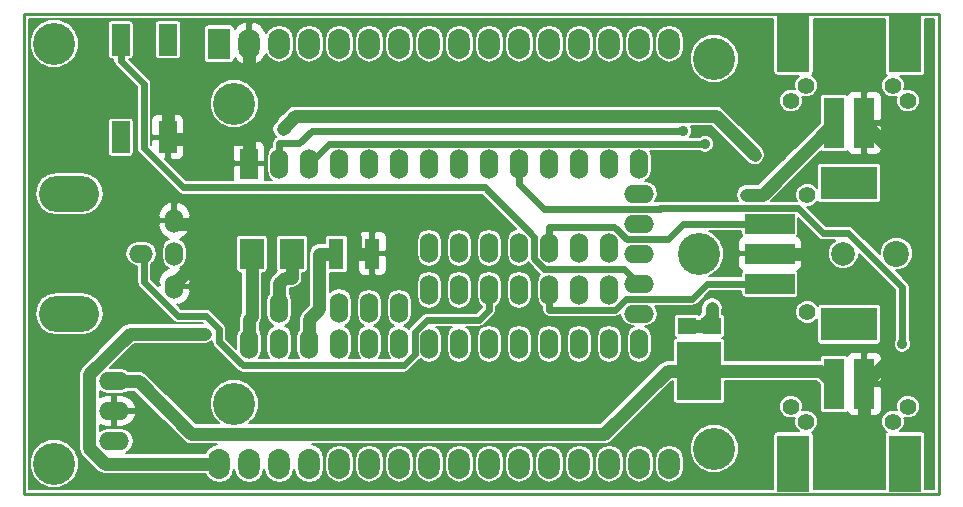
<source format=gtl>
G04 #@! TF.FileFunction,Copper,L1,Top,Signal*
%FSLAX46Y46*%
G04 Gerber Fmt 4.6, Leading zero omitted, Abs format (unit mm)*
G04 Created by KiCad (PCBNEW 4.1.0-alpha+201607150317+6980~46~ubuntu16.04.1-product) date Fri Jul 15 13:36:51 2016*
%MOMM*%
%LPD*%
G01*
G04 APERTURE LIST*
%ADD10C,0.100000*%
%ADD11C,0.228600*%
%ADD12O,1.854200X2.540000*%
%ADD13R,1.854200X2.540000*%
%ADD14C,3.556000*%
%ADD15C,2.000000*%
%ADD16C,2.200000*%
%ADD17C,1.397000*%
%ADD18R,4.191000X1.778000*%
%ADD19R,4.826000X2.794000*%
%ADD20O,2.540000X1.524000*%
%ADD21O,5.080000X3.048000*%
%ADD22O,2.032000X1.524000*%
%ADD23O,1.524000X2.032000*%
%ADD24R,2.000000X2.500000*%
%ADD25R,1.590040X2.667000*%
%ADD26R,1.778000X4.191000*%
%ADD27R,2.794000X4.826000*%
%ADD28R,3.800000X4.960000*%
%ADD29R,1.600000X1.440000*%
%ADD30R,1.524000X2.540000*%
%ADD31O,1.524000X2.540000*%
%ADD32R,1.270000X2.540000*%
%ADD33C,0.889000*%
%ADD34C,1.066800*%
%ADD35C,0.609600*%
%ADD36C,0.203200*%
G04 APERTURE END LIST*
D10*
D11*
X137160000Y-79375000D02*
X59690000Y-79375000D01*
X137160000Y-120015000D02*
X137160000Y-79375000D01*
X59690000Y-120015000D02*
X137160000Y-120015000D01*
X59690000Y-79375000D02*
X59690000Y-120015000D01*
D12*
X78740000Y-81915000D03*
X81280000Y-81915000D03*
D13*
X76200000Y-81915000D03*
D12*
X83820000Y-81915000D03*
X86360000Y-81915000D03*
X88900000Y-81915000D03*
X91440000Y-81915000D03*
X93980000Y-81915000D03*
X96520000Y-81915000D03*
X99060000Y-81915000D03*
X101600000Y-81915000D03*
X104140000Y-81915000D03*
X106680000Y-81915000D03*
X109220000Y-81915000D03*
X111760000Y-81915000D03*
X114300000Y-81915000D03*
X114300000Y-117475000D03*
X111760000Y-117475000D03*
X109220000Y-117475000D03*
X106680000Y-117475000D03*
X104140000Y-117475000D03*
X101600000Y-117475000D03*
X99060000Y-117475000D03*
X96520000Y-117475000D03*
X93980000Y-117475000D03*
X91440000Y-117475000D03*
X88900000Y-117475000D03*
X86360000Y-117475000D03*
X83820000Y-117475000D03*
X81280000Y-117475000D03*
X78740000Y-117475000D03*
X76200000Y-117475000D03*
D14*
X77470000Y-86995000D03*
X77470000Y-112395000D03*
X118110000Y-116205000D03*
X118110000Y-83185000D03*
D15*
X129030000Y-99695000D03*
D16*
X133530000Y-99695000D03*
D17*
X134493000Y-86741000D03*
X124587000Y-86741000D03*
D18*
X122809000Y-97155000D03*
X122809000Y-99695000D03*
X122809000Y-102235000D03*
D17*
X125984000Y-94742000D03*
X125984000Y-104648000D03*
D19*
X129540000Y-93700600D03*
X129540000Y-105689400D03*
D17*
X124587000Y-112649000D03*
X134493000Y-112649000D03*
D20*
X67310000Y-113030000D03*
X67310000Y-115570000D03*
X67310000Y-110490000D03*
D21*
X63500000Y-104775000D03*
X63500000Y-94615000D03*
D22*
X69596000Y-99695000D03*
D23*
X72390000Y-99695000D03*
X72390000Y-96901000D03*
X72390000Y-102489000D03*
D24*
X82345000Y-99695000D03*
X78945000Y-99695000D03*
D25*
X67851020Y-81597500D03*
X67851020Y-89852500D03*
X71848980Y-81597500D03*
X71848980Y-89852500D03*
D26*
X128270000Y-88646000D03*
X130810000Y-88646000D03*
D17*
X125857000Y-85471000D03*
X133223000Y-85471000D03*
D27*
X124815600Y-81915000D03*
X134264400Y-81915000D03*
D26*
X130810000Y-110744000D03*
X128270000Y-110744000D03*
D17*
X133223000Y-113919000D03*
X125857000Y-113919000D03*
D27*
X134264400Y-117475000D03*
X124815600Y-117475000D03*
D28*
X116840000Y-109605000D03*
D29*
X115775000Y-105805000D03*
X117905000Y-105805000D03*
D14*
X116840000Y-99695000D03*
X62230000Y-117475000D03*
X62230000Y-81915000D03*
D30*
X78740000Y-92075000D03*
D31*
X81280000Y-92075000D03*
X83820000Y-92075000D03*
X86360000Y-92075000D03*
X88900000Y-92075000D03*
X91440000Y-92075000D03*
X93980000Y-92075000D03*
X96520000Y-92075000D03*
X99060000Y-92075000D03*
X101600000Y-92075000D03*
X104140000Y-92075000D03*
X106680000Y-92075000D03*
X109220000Y-92075000D03*
X111760000Y-92075000D03*
X111760000Y-107315000D03*
X109220000Y-107315000D03*
X106680000Y-107315000D03*
X104140000Y-107315000D03*
X101600000Y-107315000D03*
X99060000Y-107315000D03*
X96520000Y-107315000D03*
X93980000Y-107315000D03*
X91440000Y-107315000D03*
X88900000Y-107315000D03*
X86360000Y-107315000D03*
X83820000Y-107315000D03*
X81280000Y-107315000D03*
X78740000Y-107315000D03*
D20*
X111760000Y-104775000D03*
X111760000Y-102235000D03*
X111760000Y-99695000D03*
X111760000Y-97155000D03*
X111760000Y-94615000D03*
D31*
X81280000Y-104267000D03*
X86360000Y-104267000D03*
X88900000Y-104267000D03*
X91440000Y-104267000D03*
X93980000Y-102743000D03*
X93980000Y-99187000D03*
X96520000Y-102743000D03*
X96520000Y-99187000D03*
X99060000Y-99187000D03*
X101600000Y-99187000D03*
X104140000Y-99187000D03*
X106680000Y-99187000D03*
X109220000Y-99187000D03*
X99060000Y-102743000D03*
X101600000Y-102743000D03*
X104140000Y-102743000D03*
X106680000Y-102743000D03*
X109220000Y-102743000D03*
D32*
X86106000Y-99695000D03*
X89154000Y-99695000D03*
D33*
X81563000Y-89119800D03*
X121531100Y-91334700D03*
X130810000Y-113540100D03*
X132841500Y-92799200D03*
X71849000Y-87731300D03*
X123679300Y-91334700D03*
X115477700Y-89333100D03*
X117342800Y-90395800D03*
X134033400Y-107337300D03*
X117943900Y-104297300D03*
X120831700Y-94702800D03*
X74972600Y-106483600D03*
D34*
X118238200Y-88041800D02*
X121531100Y-91334700D01*
X82641000Y-88041800D02*
X118238200Y-88041800D01*
X81563000Y-89119800D02*
X82641000Y-88041800D01*
X130810000Y-113540100D02*
X130810000Y-110744000D01*
X78740000Y-81915000D02*
X78740000Y-83972700D01*
X132841500Y-90677500D02*
X130810000Y-88646000D01*
X132841500Y-92799200D02*
X132841500Y-90677500D01*
X133226600Y-108327400D02*
X130810000Y-110744000D01*
X133523100Y-108623900D02*
X133226600Y-108327400D01*
X134510900Y-108623900D02*
X133523100Y-108623900D01*
X135419300Y-107715500D02*
X134510900Y-108623900D01*
X135419300Y-95377000D02*
X135419300Y-107715500D01*
X132841500Y-92799200D02*
X135419300Y-95377000D01*
X125736200Y-99695000D02*
X122809000Y-99695000D01*
X129202900Y-103161700D02*
X125736200Y-99695000D01*
X131942400Y-103161700D02*
X129202900Y-103161700D01*
X132740800Y-103960100D02*
X131942400Y-103161700D01*
X132740800Y-107841600D02*
X132740800Y-103960100D01*
X133226600Y-108327400D02*
X132740800Y-107841600D01*
X71849000Y-89852500D02*
X71849000Y-87731300D01*
X72013800Y-90017300D02*
X71849000Y-89852500D01*
X78740000Y-90017300D02*
X72013800Y-90017300D01*
X78740000Y-92075000D02*
X78740000Y-90017300D01*
X80739700Y-85972400D02*
X80739700Y-86676800D01*
X78740000Y-83972700D02*
X80739700Y-85972400D01*
X80739700Y-88017600D02*
X78740000Y-90017300D01*
X80739700Y-86676800D02*
X80739700Y-88017600D01*
X119021400Y-86676800D02*
X123679300Y-91334700D01*
X80739700Y-86676800D02*
X119021400Y-86676800D01*
X73945100Y-100679900D02*
X72390000Y-102235000D01*
X73945100Y-97637200D02*
X73945100Y-100679900D01*
X87096200Y-97637200D02*
X73945100Y-97637200D01*
X87731300Y-98272300D02*
X87096200Y-97637200D01*
X87731300Y-99695000D02*
X87731300Y-98272300D01*
X73939700Y-97631800D02*
X73939700Y-97155000D01*
X73945100Y-97637200D02*
X73939700Y-97631800D01*
X72390000Y-97155000D02*
X73939700Y-97155000D01*
X89154000Y-99695000D02*
X87731300Y-99695000D01*
D35*
X84021900Y-89333100D02*
X115477700Y-89333100D01*
X82979800Y-90375200D02*
X84021900Y-89333100D01*
X81280000Y-90375200D02*
X82979800Y-90375200D01*
X81280000Y-92075000D02*
X81280000Y-90375200D01*
X85499200Y-90395800D02*
X117342800Y-90395800D01*
X83820000Y-92075000D02*
X85499200Y-90395800D01*
X134033400Y-102542600D02*
X134033400Y-107337300D01*
X129441100Y-97950300D02*
X134033400Y-102542600D01*
X127315900Y-97950300D02*
X129441100Y-97950300D01*
X125215900Y-95850300D02*
X127315900Y-97950300D01*
X113544100Y-95850300D02*
X125215900Y-95850300D01*
X113509400Y-95885000D02*
X113544100Y-95850300D01*
X103710200Y-95885000D02*
X113509400Y-95885000D01*
X101600000Y-93774800D02*
X103710200Y-95885000D01*
X101600000Y-92075000D02*
X101600000Y-93774800D01*
D34*
X122213200Y-94702800D02*
X128270000Y-88646000D01*
X120831700Y-94702800D02*
X122213200Y-94702800D01*
X117905000Y-105805000D02*
X117905000Y-105051100D01*
X117905000Y-105051100D02*
X117905000Y-104297300D01*
X117362700Y-105593400D02*
X117362700Y-105805000D01*
X117905000Y-105051100D02*
X117362700Y-105593400D01*
X115775000Y-105805000D02*
X117362700Y-105805000D01*
X117905000Y-104297300D02*
X117943900Y-104297300D01*
X81756600Y-101732700D02*
X82345000Y-101732700D01*
X81280000Y-102209300D02*
X81756600Y-101732700D01*
X81280000Y-104775000D02*
X81280000Y-102209300D01*
X82345000Y-99695000D02*
X82345000Y-101732700D01*
X127131000Y-109605000D02*
X116840000Y-109605000D01*
X128270000Y-110744000D02*
X127131000Y-109605000D01*
X108790300Y-114967000D02*
X114152300Y-109605000D01*
X73844700Y-114967000D02*
X108790300Y-114967000D01*
X69367700Y-110490000D02*
X73844700Y-114967000D01*
X67310000Y-110490000D02*
X69367700Y-110490000D01*
X116840000Y-109605000D02*
X114152300Y-109605000D01*
X78945000Y-105052300D02*
X78740000Y-105257300D01*
X78945000Y-99695000D02*
X78945000Y-105052300D01*
X78740000Y-107315000D02*
X78740000Y-105257300D01*
D35*
X67851000Y-81597500D02*
X67851000Y-83360800D01*
X69823000Y-85332800D02*
X67851000Y-83360800D01*
X69823000Y-90759200D02*
X69823000Y-85332800D01*
X73154000Y-94090200D02*
X69823000Y-90759200D01*
X98665900Y-94090200D02*
X73154000Y-94090200D01*
X102860500Y-98284800D02*
X98665900Y-94090200D01*
X102860500Y-100102000D02*
X102860500Y-98284800D01*
X103723500Y-100965000D02*
X102860500Y-100102000D01*
X110490000Y-100965000D02*
X103723500Y-100965000D01*
X111760000Y-102235000D02*
X110490000Y-100965000D01*
D34*
X84683300Y-104394000D02*
X84683300Y-99695000D01*
X83820000Y-105257300D02*
X84683300Y-104394000D01*
X86106000Y-99695000D02*
X84683300Y-99695000D01*
X83820000Y-107315000D02*
X83820000Y-105257300D01*
X68602100Y-106483600D02*
X74972600Y-106483600D01*
X65195600Y-109890100D02*
X68602100Y-106483600D01*
X65195600Y-116162700D02*
X65195600Y-109890100D01*
X66507900Y-117475000D02*
X65195600Y-116162700D01*
X76200000Y-117475000D02*
X66507900Y-117475000D01*
D35*
X104218000Y-97409200D02*
X104140000Y-97487200D01*
X109659000Y-97409200D02*
X104218000Y-97409200D01*
X110677600Y-98427800D02*
X109659000Y-97409200D01*
X114188700Y-98427800D02*
X110677600Y-98427800D01*
X115461500Y-97155000D02*
X114188700Y-98427800D01*
X122809000Y-97155000D02*
X115461500Y-97155000D01*
X104140000Y-99695000D02*
X104140000Y-97487200D01*
X117528900Y-102235000D02*
X122809000Y-102235000D01*
X116258900Y-103505000D02*
X117528900Y-102235000D01*
X110636100Y-103505000D02*
X116258900Y-103505000D01*
X109698300Y-104442800D02*
X110636100Y-103505000D01*
X104140000Y-104442800D02*
X109698300Y-104442800D01*
X104140000Y-102235000D02*
X104140000Y-104442800D01*
X69850000Y-102092500D02*
X69850000Y-99695000D01*
X72736700Y-104979200D02*
X69850000Y-102092500D01*
X75064300Y-104979200D02*
X72736700Y-104979200D01*
X76193000Y-106107900D02*
X75064300Y-104979200D01*
X76193000Y-107181600D02*
X76193000Y-106107900D01*
X78167100Y-109155700D02*
X76193000Y-107181600D01*
X91866700Y-109155700D02*
X78167100Y-109155700D01*
X92799000Y-108223400D02*
X91866700Y-109155700D01*
X92799000Y-106324500D02*
X92799000Y-108223400D01*
X93826500Y-105297000D02*
X92799000Y-106324500D01*
X98205800Y-105297000D02*
X93826500Y-105297000D01*
X99060000Y-104442800D02*
X98205800Y-105297000D01*
X99060000Y-102235000D02*
X99060000Y-104442800D01*
D36*
G36*
X123107829Y-84328000D02*
X123131485Y-84446927D01*
X123198852Y-84547748D01*
X123299673Y-84615115D01*
X123418600Y-84638771D01*
X125270563Y-84638771D01*
X125006939Y-84901934D01*
X124853874Y-85270556D01*
X124853526Y-85669693D01*
X124901219Y-85785117D01*
X124787444Y-85737874D01*
X124388307Y-85737526D01*
X124019419Y-85889948D01*
X123736939Y-86171934D01*
X123583874Y-86540556D01*
X123583526Y-86939693D01*
X123735948Y-87308581D01*
X124017934Y-87591061D01*
X124386556Y-87744126D01*
X124785693Y-87744474D01*
X125154581Y-87592052D01*
X125437061Y-87310066D01*
X125590126Y-86941444D01*
X125590474Y-86542307D01*
X125542781Y-86426883D01*
X125656556Y-86474126D01*
X126055693Y-86474474D01*
X126424581Y-86322052D01*
X126707061Y-86040066D01*
X126860126Y-85671444D01*
X126860474Y-85272307D01*
X126708052Y-84903419D01*
X126426066Y-84620939D01*
X126362385Y-84594496D01*
X126432348Y-84547748D01*
X126499715Y-84446927D01*
X126523371Y-84328000D01*
X126523371Y-79794100D01*
X132556629Y-79794100D01*
X132556629Y-84328000D01*
X132580285Y-84446927D01*
X132647652Y-84547748D01*
X132717386Y-84594343D01*
X132655419Y-84619948D01*
X132372939Y-84901934D01*
X132219874Y-85270556D01*
X132219526Y-85669693D01*
X132371948Y-86038581D01*
X132653934Y-86321061D01*
X133022556Y-86474126D01*
X133421693Y-86474474D01*
X133537117Y-86426781D01*
X133489874Y-86540556D01*
X133489526Y-86939693D01*
X133641948Y-87308581D01*
X133923934Y-87591061D01*
X134292556Y-87744126D01*
X134691693Y-87744474D01*
X135060581Y-87592052D01*
X135343061Y-87310066D01*
X135496126Y-86941444D01*
X135496474Y-86542307D01*
X135344052Y-86173419D01*
X135062066Y-85890939D01*
X134693444Y-85737874D01*
X134294307Y-85737526D01*
X134178883Y-85785219D01*
X134226126Y-85671444D01*
X134226474Y-85272307D01*
X134074052Y-84903419D01*
X133809867Y-84638771D01*
X135661400Y-84638771D01*
X135780327Y-84615115D01*
X135881148Y-84547748D01*
X135948515Y-84446927D01*
X135972171Y-84328000D01*
X135972171Y-79794100D01*
X136740900Y-79794100D01*
X136740900Y-119595900D01*
X135972171Y-119595900D01*
X135972171Y-115062000D01*
X135948515Y-114943073D01*
X135881148Y-114842252D01*
X135780327Y-114774885D01*
X135661400Y-114751229D01*
X133809437Y-114751229D01*
X134073061Y-114488066D01*
X134226126Y-114119444D01*
X134226474Y-113720307D01*
X134178781Y-113604883D01*
X134292556Y-113652126D01*
X134691693Y-113652474D01*
X135060581Y-113500052D01*
X135343061Y-113218066D01*
X135496126Y-112849444D01*
X135496474Y-112450307D01*
X135344052Y-112081419D01*
X135062066Y-111798939D01*
X134693444Y-111645874D01*
X134294307Y-111645526D01*
X133925419Y-111797948D01*
X133642939Y-112079934D01*
X133489874Y-112448556D01*
X133489526Y-112847693D01*
X133537219Y-112963117D01*
X133423444Y-112915874D01*
X133024307Y-112915526D01*
X132655419Y-113067948D01*
X132372939Y-113349934D01*
X132219874Y-113718556D01*
X132219526Y-114117693D01*
X132371948Y-114486581D01*
X132653934Y-114769061D01*
X132717615Y-114795504D01*
X132647652Y-114842252D01*
X132580285Y-114943073D01*
X132556629Y-115062000D01*
X132556629Y-119595900D01*
X126523371Y-119595900D01*
X126523371Y-115062000D01*
X126499715Y-114943073D01*
X126432348Y-114842252D01*
X126362614Y-114795657D01*
X126424581Y-114770052D01*
X126707061Y-114488066D01*
X126860126Y-114119444D01*
X126860474Y-113720307D01*
X126708052Y-113351419D01*
X126426066Y-113068939D01*
X126057444Y-112915874D01*
X125658307Y-112915526D01*
X125542883Y-112963219D01*
X125590126Y-112849444D01*
X125590474Y-112450307D01*
X125438052Y-112081419D01*
X125156066Y-111798939D01*
X124787444Y-111645874D01*
X124388307Y-111645526D01*
X124019419Y-111797948D01*
X123736939Y-112079934D01*
X123583874Y-112448556D01*
X123583526Y-112847693D01*
X123735948Y-113216581D01*
X124017934Y-113499061D01*
X124386556Y-113652126D01*
X124785693Y-113652474D01*
X124901117Y-113604781D01*
X124853874Y-113718556D01*
X124853526Y-114117693D01*
X125005948Y-114486581D01*
X125270133Y-114751229D01*
X123418600Y-114751229D01*
X123299673Y-114774885D01*
X123198852Y-114842252D01*
X123131485Y-114943073D01*
X123107829Y-115062000D01*
X123107829Y-119595900D01*
X60109100Y-119595900D01*
X60109100Y-117887477D01*
X60146840Y-117887477D01*
X60463259Y-118653270D01*
X61048648Y-119239682D01*
X61813888Y-119557437D01*
X62642477Y-119558160D01*
X63408270Y-119241741D01*
X63994682Y-118656352D01*
X64312437Y-117891112D01*
X64313160Y-117062523D01*
X63996741Y-116296730D01*
X63411352Y-115710318D01*
X62646112Y-115392563D01*
X61817523Y-115391840D01*
X61051730Y-115708259D01*
X60465318Y-116293648D01*
X60147563Y-117058888D01*
X60146840Y-117887477D01*
X60109100Y-117887477D01*
X60109100Y-109890100D01*
X64306600Y-109890100D01*
X64306600Y-116162700D01*
X64374271Y-116502906D01*
X64475009Y-116653671D01*
X64566982Y-116791318D01*
X65879282Y-118103618D01*
X66167694Y-118296329D01*
X66507900Y-118364000D01*
X75030565Y-118364000D01*
X75292994Y-118756753D01*
X75709132Y-119034807D01*
X76200000Y-119132447D01*
X76690868Y-119034807D01*
X77107006Y-118756753D01*
X77385060Y-118340615D01*
X77470000Y-117913594D01*
X77554940Y-118340615D01*
X77832994Y-118756753D01*
X78249132Y-119034807D01*
X78740000Y-119132447D01*
X79230868Y-119034807D01*
X79647006Y-118756753D01*
X79925060Y-118340615D01*
X80010000Y-117913594D01*
X80094940Y-118340615D01*
X80372994Y-118756753D01*
X80789132Y-119034807D01*
X81280000Y-119132447D01*
X81770868Y-119034807D01*
X82187006Y-118756753D01*
X82465060Y-118340615D01*
X82550000Y-117913594D01*
X82634940Y-118340615D01*
X82912994Y-118756753D01*
X83329132Y-119034807D01*
X83820000Y-119132447D01*
X84310868Y-119034807D01*
X84727006Y-118756753D01*
X85005060Y-118340615D01*
X85102700Y-117849747D01*
X85102700Y-117101248D01*
X85128100Y-117101248D01*
X85128100Y-117848752D01*
X85221873Y-118320180D01*
X85488915Y-118719837D01*
X85888572Y-118986879D01*
X86360000Y-119080652D01*
X86831428Y-118986879D01*
X87231085Y-118719837D01*
X87498127Y-118320180D01*
X87591900Y-117848752D01*
X87591900Y-117101248D01*
X87668100Y-117101248D01*
X87668100Y-117848752D01*
X87761873Y-118320180D01*
X88028915Y-118719837D01*
X88428572Y-118986879D01*
X88900000Y-119080652D01*
X89371428Y-118986879D01*
X89771085Y-118719837D01*
X90038127Y-118320180D01*
X90131900Y-117848752D01*
X90131900Y-117101248D01*
X90208100Y-117101248D01*
X90208100Y-117848752D01*
X90301873Y-118320180D01*
X90568915Y-118719837D01*
X90968572Y-118986879D01*
X91440000Y-119080652D01*
X91911428Y-118986879D01*
X92311085Y-118719837D01*
X92578127Y-118320180D01*
X92671900Y-117848752D01*
X92671900Y-117101248D01*
X92748100Y-117101248D01*
X92748100Y-117848752D01*
X92841873Y-118320180D01*
X93108915Y-118719837D01*
X93508572Y-118986879D01*
X93980000Y-119080652D01*
X94451428Y-118986879D01*
X94851085Y-118719837D01*
X95118127Y-118320180D01*
X95211900Y-117848752D01*
X95211900Y-117101248D01*
X95288100Y-117101248D01*
X95288100Y-117848752D01*
X95381873Y-118320180D01*
X95648915Y-118719837D01*
X96048572Y-118986879D01*
X96520000Y-119080652D01*
X96991428Y-118986879D01*
X97391085Y-118719837D01*
X97658127Y-118320180D01*
X97751900Y-117848752D01*
X97751900Y-117101248D01*
X97828100Y-117101248D01*
X97828100Y-117848752D01*
X97921873Y-118320180D01*
X98188915Y-118719837D01*
X98588572Y-118986879D01*
X99060000Y-119080652D01*
X99531428Y-118986879D01*
X99931085Y-118719837D01*
X100198127Y-118320180D01*
X100291900Y-117848752D01*
X100291900Y-117101248D01*
X100368100Y-117101248D01*
X100368100Y-117848752D01*
X100461873Y-118320180D01*
X100728915Y-118719837D01*
X101128572Y-118986879D01*
X101600000Y-119080652D01*
X102071428Y-118986879D01*
X102471085Y-118719837D01*
X102738127Y-118320180D01*
X102831900Y-117848752D01*
X102831900Y-117101248D01*
X102908100Y-117101248D01*
X102908100Y-117848752D01*
X103001873Y-118320180D01*
X103268915Y-118719837D01*
X103668572Y-118986879D01*
X104140000Y-119080652D01*
X104611428Y-118986879D01*
X105011085Y-118719837D01*
X105278127Y-118320180D01*
X105371900Y-117848752D01*
X105371900Y-117101248D01*
X105448100Y-117101248D01*
X105448100Y-117848752D01*
X105541873Y-118320180D01*
X105808915Y-118719837D01*
X106208572Y-118986879D01*
X106680000Y-119080652D01*
X107151428Y-118986879D01*
X107551085Y-118719837D01*
X107818127Y-118320180D01*
X107911900Y-117848752D01*
X107911900Y-117101248D01*
X107988100Y-117101248D01*
X107988100Y-117848752D01*
X108081873Y-118320180D01*
X108348915Y-118719837D01*
X108748572Y-118986879D01*
X109220000Y-119080652D01*
X109691428Y-118986879D01*
X110091085Y-118719837D01*
X110358127Y-118320180D01*
X110451900Y-117848752D01*
X110451900Y-117101248D01*
X110528100Y-117101248D01*
X110528100Y-117848752D01*
X110621873Y-118320180D01*
X110888915Y-118719837D01*
X111288572Y-118986879D01*
X111760000Y-119080652D01*
X112231428Y-118986879D01*
X112631085Y-118719837D01*
X112898127Y-118320180D01*
X112991900Y-117848752D01*
X112991900Y-117101248D01*
X113068100Y-117101248D01*
X113068100Y-117848752D01*
X113161873Y-118320180D01*
X113428915Y-118719837D01*
X113828572Y-118986879D01*
X114300000Y-119080652D01*
X114771428Y-118986879D01*
X115171085Y-118719837D01*
X115438127Y-118320180D01*
X115531900Y-117848752D01*
X115531900Y-117101248D01*
X115438127Y-116629820D01*
X115429880Y-116617477D01*
X116026840Y-116617477D01*
X116343259Y-117383270D01*
X116928648Y-117969682D01*
X117693888Y-118287437D01*
X118522477Y-118288160D01*
X119288270Y-117971741D01*
X119874682Y-117386352D01*
X120192437Y-116621112D01*
X120193160Y-115792523D01*
X119876741Y-115026730D01*
X119291352Y-114440318D01*
X118526112Y-114122563D01*
X117697523Y-114121840D01*
X116931730Y-114438259D01*
X116345318Y-115023648D01*
X116027563Y-115788888D01*
X116026840Y-116617477D01*
X115429880Y-116617477D01*
X115171085Y-116230163D01*
X114771428Y-115963121D01*
X114300000Y-115869348D01*
X113828572Y-115963121D01*
X113428915Y-116230163D01*
X113161873Y-116629820D01*
X113068100Y-117101248D01*
X112991900Y-117101248D01*
X112898127Y-116629820D01*
X112631085Y-116230163D01*
X112231428Y-115963121D01*
X111760000Y-115869348D01*
X111288572Y-115963121D01*
X110888915Y-116230163D01*
X110621873Y-116629820D01*
X110528100Y-117101248D01*
X110451900Y-117101248D01*
X110358127Y-116629820D01*
X110091085Y-116230163D01*
X109691428Y-115963121D01*
X109220000Y-115869348D01*
X108748572Y-115963121D01*
X108348915Y-116230163D01*
X108081873Y-116629820D01*
X107988100Y-117101248D01*
X107911900Y-117101248D01*
X107818127Y-116629820D01*
X107551085Y-116230163D01*
X107151428Y-115963121D01*
X106680000Y-115869348D01*
X106208572Y-115963121D01*
X105808915Y-116230163D01*
X105541873Y-116629820D01*
X105448100Y-117101248D01*
X105371900Y-117101248D01*
X105278127Y-116629820D01*
X105011085Y-116230163D01*
X104611428Y-115963121D01*
X104140000Y-115869348D01*
X103668572Y-115963121D01*
X103268915Y-116230163D01*
X103001873Y-116629820D01*
X102908100Y-117101248D01*
X102831900Y-117101248D01*
X102738127Y-116629820D01*
X102471085Y-116230163D01*
X102071428Y-115963121D01*
X101600000Y-115869348D01*
X101128572Y-115963121D01*
X100728915Y-116230163D01*
X100461873Y-116629820D01*
X100368100Y-117101248D01*
X100291900Y-117101248D01*
X100198127Y-116629820D01*
X99931085Y-116230163D01*
X99531428Y-115963121D01*
X99060000Y-115869348D01*
X98588572Y-115963121D01*
X98188915Y-116230163D01*
X97921873Y-116629820D01*
X97828100Y-117101248D01*
X97751900Y-117101248D01*
X97658127Y-116629820D01*
X97391085Y-116230163D01*
X96991428Y-115963121D01*
X96520000Y-115869348D01*
X96048572Y-115963121D01*
X95648915Y-116230163D01*
X95381873Y-116629820D01*
X95288100Y-117101248D01*
X95211900Y-117101248D01*
X95118127Y-116629820D01*
X94851085Y-116230163D01*
X94451428Y-115963121D01*
X93980000Y-115869348D01*
X93508572Y-115963121D01*
X93108915Y-116230163D01*
X92841873Y-116629820D01*
X92748100Y-117101248D01*
X92671900Y-117101248D01*
X92578127Y-116629820D01*
X92311085Y-116230163D01*
X91911428Y-115963121D01*
X91440000Y-115869348D01*
X90968572Y-115963121D01*
X90568915Y-116230163D01*
X90301873Y-116629820D01*
X90208100Y-117101248D01*
X90131900Y-117101248D01*
X90038127Y-116629820D01*
X89771085Y-116230163D01*
X89371428Y-115963121D01*
X88900000Y-115869348D01*
X88428572Y-115963121D01*
X88028915Y-116230163D01*
X87761873Y-116629820D01*
X87668100Y-117101248D01*
X87591900Y-117101248D01*
X87498127Y-116629820D01*
X87231085Y-116230163D01*
X86831428Y-115963121D01*
X86360000Y-115869348D01*
X85888572Y-115963121D01*
X85488915Y-116230163D01*
X85221873Y-116629820D01*
X85128100Y-117101248D01*
X85102700Y-117101248D01*
X85102700Y-117100253D01*
X85005060Y-116609385D01*
X84727006Y-116193247D01*
X84310868Y-115915193D01*
X84013286Y-115856000D01*
X108790300Y-115856000D01*
X109130506Y-115788329D01*
X109418918Y-115595618D01*
X114520536Y-110494000D01*
X114629229Y-110494000D01*
X114629229Y-112085000D01*
X114652885Y-112203927D01*
X114720252Y-112304748D01*
X114821073Y-112372115D01*
X114940000Y-112395771D01*
X118740000Y-112395771D01*
X118858927Y-112372115D01*
X118959748Y-112304748D01*
X119027115Y-112203927D01*
X119050771Y-112085000D01*
X119050771Y-110494000D01*
X126762764Y-110494000D01*
X127018434Y-110749670D01*
X127018434Y-112839500D01*
X127046033Y-112978248D01*
X127124627Y-113095873D01*
X127242252Y-113174467D01*
X127381000Y-113202066D01*
X129159000Y-113202066D01*
X129297748Y-113174467D01*
X129377773Y-113120996D01*
X129404206Y-113184811D01*
X129575689Y-113356294D01*
X129799743Y-113449100D01*
X130505200Y-113449100D01*
X130657600Y-113296700D01*
X130657600Y-110896400D01*
X130962400Y-110896400D01*
X130962400Y-113296700D01*
X131114800Y-113449100D01*
X131820257Y-113449100D01*
X132044311Y-113356294D01*
X132215794Y-113184811D01*
X132308600Y-112960757D01*
X132308600Y-111048800D01*
X132156200Y-110896400D01*
X130962400Y-110896400D01*
X130657600Y-110896400D01*
X130637600Y-110896400D01*
X130637600Y-110591600D01*
X130657600Y-110591600D01*
X130657600Y-108191300D01*
X130962400Y-108191300D01*
X130962400Y-110591600D01*
X132156200Y-110591600D01*
X132308600Y-110439200D01*
X132308600Y-108527243D01*
X132215794Y-108303189D01*
X132044311Y-108131706D01*
X131820257Y-108038900D01*
X131114800Y-108038900D01*
X130962400Y-108191300D01*
X130657600Y-108191300D01*
X130505200Y-108038900D01*
X129799743Y-108038900D01*
X129575689Y-108131706D01*
X129404206Y-108303189D01*
X129377773Y-108367004D01*
X129297748Y-108313533D01*
X129159000Y-108285934D01*
X127381000Y-108285934D01*
X127242252Y-108313533D01*
X127124627Y-108392127D01*
X127046033Y-108509752D01*
X127018434Y-108648500D01*
X127018434Y-108716000D01*
X119050771Y-108716000D01*
X119050771Y-107125000D01*
X119027115Y-107006073D01*
X118959748Y-106905252D01*
X118858927Y-106837885D01*
X118776650Y-106821519D01*
X118823927Y-106812115D01*
X118924748Y-106744748D01*
X118992115Y-106643927D01*
X119015771Y-106525000D01*
X119015771Y-105085000D01*
X118992115Y-104966073D01*
X118924748Y-104865252D01*
X118896973Y-104846693D01*
X124980526Y-104846693D01*
X125132948Y-105215581D01*
X125414934Y-105498061D01*
X125783556Y-105651126D01*
X126182693Y-105651474D01*
X126551581Y-105499052D01*
X126816229Y-105234867D01*
X126816229Y-107086400D01*
X126839885Y-107205327D01*
X126907252Y-107306148D01*
X127008073Y-107373515D01*
X127127000Y-107397171D01*
X131953000Y-107397171D01*
X132071927Y-107373515D01*
X132172748Y-107306148D01*
X132240115Y-107205327D01*
X132263771Y-107086400D01*
X132263771Y-104292400D01*
X132240115Y-104173473D01*
X132172748Y-104072652D01*
X132071927Y-104005285D01*
X131953000Y-103981629D01*
X127127000Y-103981629D01*
X127008073Y-104005285D01*
X126907252Y-104072652D01*
X126860657Y-104142386D01*
X126835052Y-104080419D01*
X126553066Y-103797939D01*
X126184444Y-103644874D01*
X125785307Y-103644526D01*
X125416419Y-103796948D01*
X125133939Y-104078934D01*
X124980874Y-104447556D01*
X124980526Y-104846693D01*
X118896973Y-104846693D01*
X118823927Y-104797885D01*
X118794000Y-104791932D01*
X118794000Y-104492864D01*
X118832900Y-104297300D01*
X118765229Y-103957094D01*
X118572518Y-103668682D01*
X118284106Y-103475971D01*
X117943900Y-103408300D01*
X117905000Y-103408300D01*
X117564794Y-103475971D01*
X117276382Y-103668682D01*
X117083671Y-103957094D01*
X117016000Y-104297300D01*
X117016000Y-104682864D01*
X116810315Y-104888549D01*
X116794748Y-104865252D01*
X116693927Y-104797885D01*
X116575000Y-104774229D01*
X114975000Y-104774229D01*
X114856073Y-104797885D01*
X114755252Y-104865252D01*
X114687885Y-104966073D01*
X114664229Y-105085000D01*
X114664229Y-106525000D01*
X114687885Y-106643927D01*
X114755252Y-106744748D01*
X114856073Y-106812115D01*
X114903350Y-106821519D01*
X114821073Y-106837885D01*
X114720252Y-106905252D01*
X114652885Y-107006073D01*
X114629229Y-107125000D01*
X114629229Y-108716000D01*
X114152300Y-108716000D01*
X113812094Y-108783671D01*
X113607088Y-108920652D01*
X113523682Y-108976382D01*
X108422064Y-114078000D01*
X78732157Y-114078000D01*
X79234682Y-113576352D01*
X79552437Y-112811112D01*
X79553160Y-111982523D01*
X79236741Y-111216730D01*
X78651352Y-110630318D01*
X77886112Y-110312563D01*
X77057523Y-110311840D01*
X76291730Y-110628259D01*
X75705318Y-111213648D01*
X75387563Y-111978888D01*
X75386840Y-112807477D01*
X75703259Y-113573270D01*
X76207108Y-114078000D01*
X74212936Y-114078000D01*
X69996318Y-109861382D01*
X69754399Y-109699737D01*
X69707906Y-109668671D01*
X69367700Y-109601000D01*
X68492339Y-109601000D01*
X68277534Y-109457472D01*
X67849847Y-109372400D01*
X66970536Y-109372400D01*
X68970336Y-107372600D01*
X74972600Y-107372600D01*
X75312806Y-107304929D01*
X75583400Y-107124124D01*
X75583400Y-107181600D01*
X75629803Y-107414884D01*
X75761948Y-107612652D01*
X77736048Y-109586752D01*
X77933816Y-109718897D01*
X78167100Y-109765300D01*
X91866700Y-109765300D01*
X92099984Y-109718897D01*
X92297752Y-109586752D01*
X93230052Y-108654453D01*
X93250065Y-108624502D01*
X93571753Y-108839447D01*
X93980000Y-108920652D01*
X94388247Y-108839447D01*
X94734342Y-108608194D01*
X94965595Y-108262099D01*
X95046800Y-107853852D01*
X95046800Y-106776148D01*
X94965595Y-106367901D01*
X94734342Y-106021806D01*
X94561924Y-105906600D01*
X95938076Y-105906600D01*
X95765658Y-106021806D01*
X95534405Y-106367901D01*
X95453200Y-106776148D01*
X95453200Y-107853852D01*
X95534405Y-108262099D01*
X95765658Y-108608194D01*
X96111753Y-108839447D01*
X96520000Y-108920652D01*
X96928247Y-108839447D01*
X97274342Y-108608194D01*
X97505595Y-108262099D01*
X97586800Y-107853852D01*
X97586800Y-106776148D01*
X97993200Y-106776148D01*
X97993200Y-107853852D01*
X98074405Y-108262099D01*
X98305658Y-108608194D01*
X98651753Y-108839447D01*
X99060000Y-108920652D01*
X99468247Y-108839447D01*
X99814342Y-108608194D01*
X100045595Y-108262099D01*
X100126800Y-107853852D01*
X100126800Y-106776148D01*
X100533200Y-106776148D01*
X100533200Y-107853852D01*
X100614405Y-108262099D01*
X100845658Y-108608194D01*
X101191753Y-108839447D01*
X101600000Y-108920652D01*
X102008247Y-108839447D01*
X102354342Y-108608194D01*
X102585595Y-108262099D01*
X102666800Y-107853852D01*
X102666800Y-106776148D01*
X103073200Y-106776148D01*
X103073200Y-107853852D01*
X103154405Y-108262099D01*
X103385658Y-108608194D01*
X103731753Y-108839447D01*
X104140000Y-108920652D01*
X104548247Y-108839447D01*
X104894342Y-108608194D01*
X105125595Y-108262099D01*
X105206800Y-107853852D01*
X105206800Y-106776148D01*
X105613200Y-106776148D01*
X105613200Y-107853852D01*
X105694405Y-108262099D01*
X105925658Y-108608194D01*
X106271753Y-108839447D01*
X106680000Y-108920652D01*
X107088247Y-108839447D01*
X107434342Y-108608194D01*
X107665595Y-108262099D01*
X107746800Y-107853852D01*
X107746800Y-106776148D01*
X108153200Y-106776148D01*
X108153200Y-107853852D01*
X108234405Y-108262099D01*
X108465658Y-108608194D01*
X108811753Y-108839447D01*
X109220000Y-108920652D01*
X109628247Y-108839447D01*
X109974342Y-108608194D01*
X110205595Y-108262099D01*
X110286800Y-107853852D01*
X110286800Y-106776148D01*
X110205595Y-106367901D01*
X109974342Y-106021806D01*
X109628247Y-105790553D01*
X109220000Y-105709348D01*
X108811753Y-105790553D01*
X108465658Y-106021806D01*
X108234405Y-106367901D01*
X108153200Y-106776148D01*
X107746800Y-106776148D01*
X107665595Y-106367901D01*
X107434342Y-106021806D01*
X107088247Y-105790553D01*
X106680000Y-105709348D01*
X106271753Y-105790553D01*
X105925658Y-106021806D01*
X105694405Y-106367901D01*
X105613200Y-106776148D01*
X105206800Y-106776148D01*
X105125595Y-106367901D01*
X104894342Y-106021806D01*
X104548247Y-105790553D01*
X104140000Y-105709348D01*
X103731753Y-105790553D01*
X103385658Y-106021806D01*
X103154405Y-106367901D01*
X103073200Y-106776148D01*
X102666800Y-106776148D01*
X102585595Y-106367901D01*
X102354342Y-106021806D01*
X102008247Y-105790553D01*
X101600000Y-105709348D01*
X101191753Y-105790553D01*
X100845658Y-106021806D01*
X100614405Y-106367901D01*
X100533200Y-106776148D01*
X100126800Y-106776148D01*
X100045595Y-106367901D01*
X99814342Y-106021806D01*
X99468247Y-105790553D01*
X99060000Y-105709348D01*
X98651753Y-105790553D01*
X98305658Y-106021806D01*
X98074405Y-106367901D01*
X97993200Y-106776148D01*
X97586800Y-106776148D01*
X97505595Y-106367901D01*
X97274342Y-106021806D01*
X97101924Y-105906600D01*
X98205800Y-105906600D01*
X98439084Y-105860197D01*
X98636852Y-105728052D01*
X99491052Y-104873852D01*
X99623197Y-104676084D01*
X99669600Y-104442800D01*
X99669600Y-104132907D01*
X99814342Y-104036194D01*
X100045595Y-103690099D01*
X100126800Y-103281852D01*
X100126800Y-102204148D01*
X100533200Y-102204148D01*
X100533200Y-103281852D01*
X100614405Y-103690099D01*
X100845658Y-104036194D01*
X101191753Y-104267447D01*
X101600000Y-104348652D01*
X102008247Y-104267447D01*
X102354342Y-104036194D01*
X102585595Y-103690099D01*
X102666800Y-103281852D01*
X102666800Y-102204148D01*
X102585595Y-101795901D01*
X102354342Y-101449806D01*
X102008247Y-101218553D01*
X101600000Y-101137348D01*
X101191753Y-101218553D01*
X100845658Y-101449806D01*
X100614405Y-101795901D01*
X100533200Y-102204148D01*
X100126800Y-102204148D01*
X100045595Y-101795901D01*
X99814342Y-101449806D01*
X99468247Y-101218553D01*
X99060000Y-101137348D01*
X98651753Y-101218553D01*
X98305658Y-101449806D01*
X98074405Y-101795901D01*
X97993200Y-102204148D01*
X97993200Y-103281852D01*
X98074405Y-103690099D01*
X98305658Y-104036194D01*
X98450400Y-104132907D01*
X98450400Y-104190296D01*
X97953296Y-104687400D01*
X93826500Y-104687400D01*
X93593216Y-104733803D01*
X93395447Y-104865948D01*
X92367948Y-105893448D01*
X92238262Y-106087536D01*
X92194342Y-106021806D01*
X91848916Y-105791000D01*
X92194342Y-105560194D01*
X92425595Y-105214099D01*
X92506800Y-104805852D01*
X92506800Y-103728148D01*
X92425595Y-103319901D01*
X92194342Y-102973806D01*
X91848247Y-102742553D01*
X91440000Y-102661348D01*
X91031753Y-102742553D01*
X90685658Y-102973806D01*
X90454405Y-103319901D01*
X90373200Y-103728148D01*
X90373200Y-104805852D01*
X90454405Y-105214099D01*
X90685658Y-105560194D01*
X91031084Y-105791000D01*
X90685658Y-106021806D01*
X90454405Y-106367901D01*
X90373200Y-106776148D01*
X90373200Y-107853852D01*
X90454405Y-108262099D01*
X90644168Y-108546100D01*
X89695832Y-108546100D01*
X89885595Y-108262099D01*
X89966800Y-107853852D01*
X89966800Y-106776148D01*
X89885595Y-106367901D01*
X89654342Y-106021806D01*
X89308916Y-105791000D01*
X89654342Y-105560194D01*
X89885595Y-105214099D01*
X89966800Y-104805852D01*
X89966800Y-103728148D01*
X89885595Y-103319901D01*
X89654342Y-102973806D01*
X89308247Y-102742553D01*
X88900000Y-102661348D01*
X88491753Y-102742553D01*
X88145658Y-102973806D01*
X87914405Y-103319901D01*
X87833200Y-103728148D01*
X87833200Y-104805852D01*
X87914405Y-105214099D01*
X88145658Y-105560194D01*
X88491084Y-105791000D01*
X88145658Y-106021806D01*
X87914405Y-106367901D01*
X87833200Y-106776148D01*
X87833200Y-107853852D01*
X87914405Y-108262099D01*
X88104168Y-108546100D01*
X87155832Y-108546100D01*
X87345595Y-108262099D01*
X87426800Y-107853852D01*
X87426800Y-106776148D01*
X87345595Y-106367901D01*
X87114342Y-106021806D01*
X86814501Y-105821459D01*
X87150263Y-105597110D01*
X87392528Y-105234534D01*
X87477600Y-104806847D01*
X87477600Y-103727153D01*
X87392528Y-103299466D01*
X87150263Y-102936890D01*
X86787687Y-102694625D01*
X86360000Y-102609553D01*
X85932313Y-102694625D01*
X85572300Y-102935177D01*
X85572300Y-102204148D01*
X92913200Y-102204148D01*
X92913200Y-103281852D01*
X92994405Y-103690099D01*
X93225658Y-104036194D01*
X93571753Y-104267447D01*
X93980000Y-104348652D01*
X94388247Y-104267447D01*
X94734342Y-104036194D01*
X94965595Y-103690099D01*
X95046800Y-103281852D01*
X95046800Y-102204148D01*
X95453200Y-102204148D01*
X95453200Y-103281852D01*
X95534405Y-103690099D01*
X95765658Y-104036194D01*
X96111753Y-104267447D01*
X96520000Y-104348652D01*
X96928247Y-104267447D01*
X97274342Y-104036194D01*
X97505595Y-103690099D01*
X97586800Y-103281852D01*
X97586800Y-102204148D01*
X97505595Y-101795901D01*
X97274342Y-101449806D01*
X96928247Y-101218553D01*
X96520000Y-101137348D01*
X96111753Y-101218553D01*
X95765658Y-101449806D01*
X95534405Y-101795901D01*
X95453200Y-102204148D01*
X95046800Y-102204148D01*
X94965595Y-101795901D01*
X94734342Y-101449806D01*
X94388247Y-101218553D01*
X93980000Y-101137348D01*
X93571753Y-101218553D01*
X93225658Y-101449806D01*
X92994405Y-101795901D01*
X92913200Y-102204148D01*
X85572300Y-102204148D01*
X85572300Y-101327566D01*
X86741000Y-101327566D01*
X86879748Y-101299967D01*
X86997373Y-101221373D01*
X87075967Y-101103748D01*
X87103566Y-100965000D01*
X87103566Y-99999800D01*
X87909400Y-99999800D01*
X87909400Y-101086257D01*
X88002206Y-101310311D01*
X88173689Y-101481794D01*
X88397743Y-101574600D01*
X88849200Y-101574600D01*
X89001600Y-101422200D01*
X89001600Y-99847400D01*
X89306400Y-99847400D01*
X89306400Y-101422200D01*
X89458800Y-101574600D01*
X89910257Y-101574600D01*
X90134311Y-101481794D01*
X90305794Y-101310311D01*
X90398600Y-101086257D01*
X90398600Y-99999800D01*
X90246200Y-99847400D01*
X89306400Y-99847400D01*
X89001600Y-99847400D01*
X88061800Y-99847400D01*
X87909400Y-99999800D01*
X87103566Y-99999800D01*
X87103566Y-98425000D01*
X87079447Y-98303743D01*
X87909400Y-98303743D01*
X87909400Y-99390200D01*
X88061800Y-99542600D01*
X89001600Y-99542600D01*
X89001600Y-97967800D01*
X89306400Y-97967800D01*
X89306400Y-99542600D01*
X90246200Y-99542600D01*
X90398600Y-99390200D01*
X90398600Y-98648148D01*
X92913200Y-98648148D01*
X92913200Y-99725852D01*
X92994405Y-100134099D01*
X93225658Y-100480194D01*
X93571753Y-100711447D01*
X93980000Y-100792652D01*
X94388247Y-100711447D01*
X94734342Y-100480194D01*
X94965595Y-100134099D01*
X95046800Y-99725852D01*
X95046800Y-98648148D01*
X95453200Y-98648148D01*
X95453200Y-99725852D01*
X95534405Y-100134099D01*
X95765658Y-100480194D01*
X96111753Y-100711447D01*
X96520000Y-100792652D01*
X96928247Y-100711447D01*
X97274342Y-100480194D01*
X97505595Y-100134099D01*
X97586800Y-99725852D01*
X97586800Y-98648148D01*
X97993200Y-98648148D01*
X97993200Y-99725852D01*
X98074405Y-100134099D01*
X98305658Y-100480194D01*
X98651753Y-100711447D01*
X99060000Y-100792652D01*
X99468247Y-100711447D01*
X99814342Y-100480194D01*
X100045595Y-100134099D01*
X100126800Y-99725852D01*
X100126800Y-98648148D01*
X100045595Y-98239901D01*
X99814342Y-97893806D01*
X99468247Y-97662553D01*
X99060000Y-97581348D01*
X98651753Y-97662553D01*
X98305658Y-97893806D01*
X98074405Y-98239901D01*
X97993200Y-98648148D01*
X97586800Y-98648148D01*
X97505595Y-98239901D01*
X97274342Y-97893806D01*
X96928247Y-97662553D01*
X96520000Y-97581348D01*
X96111753Y-97662553D01*
X95765658Y-97893806D01*
X95534405Y-98239901D01*
X95453200Y-98648148D01*
X95046800Y-98648148D01*
X94965595Y-98239901D01*
X94734342Y-97893806D01*
X94388247Y-97662553D01*
X93980000Y-97581348D01*
X93571753Y-97662553D01*
X93225658Y-97893806D01*
X92994405Y-98239901D01*
X92913200Y-98648148D01*
X90398600Y-98648148D01*
X90398600Y-98303743D01*
X90305794Y-98079689D01*
X90134311Y-97908206D01*
X89910257Y-97815400D01*
X89458800Y-97815400D01*
X89306400Y-97967800D01*
X89001600Y-97967800D01*
X88849200Y-97815400D01*
X88397743Y-97815400D01*
X88173689Y-97908206D01*
X88002206Y-98079689D01*
X87909400Y-98303743D01*
X87079447Y-98303743D01*
X87075967Y-98286252D01*
X86997373Y-98168627D01*
X86879748Y-98090033D01*
X86741000Y-98062434D01*
X85471000Y-98062434D01*
X85332252Y-98090033D01*
X85214627Y-98168627D01*
X85136033Y-98286252D01*
X85108434Y-98425000D01*
X85108434Y-98806000D01*
X84683300Y-98806000D01*
X84343094Y-98873671D01*
X84054682Y-99066382D01*
X83861971Y-99354794D01*
X83794300Y-99695000D01*
X83794300Y-104025764D01*
X83191382Y-104628682D01*
X82998671Y-104917094D01*
X82931000Y-105257300D01*
X82931000Y-106132661D01*
X82787472Y-106347466D01*
X82702400Y-106775153D01*
X82702400Y-107854847D01*
X82787472Y-108282534D01*
X82963581Y-108546100D01*
X82136419Y-108546100D01*
X82312528Y-108282534D01*
X82397600Y-107854847D01*
X82397600Y-106775153D01*
X82312528Y-106347466D01*
X82070263Y-105984890D01*
X81780085Y-105791000D01*
X82070263Y-105597110D01*
X82312528Y-105234534D01*
X82397600Y-104806847D01*
X82397600Y-103727153D01*
X82312528Y-103299466D01*
X82169000Y-103084661D01*
X82169000Y-102621700D01*
X82345000Y-102621700D01*
X82685206Y-102554029D01*
X82973618Y-102361318D01*
X83166329Y-102072906D01*
X83234000Y-101732700D01*
X83234000Y-101307566D01*
X83345000Y-101307566D01*
X83483748Y-101279967D01*
X83601373Y-101201373D01*
X83679967Y-101083748D01*
X83707566Y-100945000D01*
X83707566Y-98445000D01*
X83679967Y-98306252D01*
X83601373Y-98188627D01*
X83483748Y-98110033D01*
X83345000Y-98082434D01*
X81345000Y-98082434D01*
X81206252Y-98110033D01*
X81088627Y-98188627D01*
X81010033Y-98306252D01*
X80982434Y-98445000D01*
X80982434Y-100945000D01*
X81010033Y-101083748D01*
X81065421Y-101166643D01*
X80651382Y-101580682D01*
X80458671Y-101869094D01*
X80391000Y-102209300D01*
X80391000Y-103084661D01*
X80247472Y-103299466D01*
X80162400Y-103727153D01*
X80162400Y-104806847D01*
X80247472Y-105234534D01*
X80489737Y-105597110D01*
X80779915Y-105791000D01*
X80489737Y-105984890D01*
X80247472Y-106347466D01*
X80162400Y-106775153D01*
X80162400Y-107854847D01*
X80247472Y-108282534D01*
X80423581Y-108546100D01*
X79596419Y-108546100D01*
X79772528Y-108282534D01*
X79857600Y-107854847D01*
X79857600Y-106775153D01*
X79772528Y-106347466D01*
X79629000Y-106132661D01*
X79629000Y-105598033D01*
X79629617Y-105597110D01*
X79766329Y-105392506D01*
X79834000Y-105052300D01*
X79834000Y-101307566D01*
X79945000Y-101307566D01*
X80083748Y-101279967D01*
X80201373Y-101201373D01*
X80279967Y-101083748D01*
X80307566Y-100945000D01*
X80307566Y-98445000D01*
X80279967Y-98306252D01*
X80201373Y-98188627D01*
X80083748Y-98110033D01*
X79945000Y-98082434D01*
X77945000Y-98082434D01*
X77806252Y-98110033D01*
X77688627Y-98188627D01*
X77610033Y-98306252D01*
X77582434Y-98445000D01*
X77582434Y-100945000D01*
X77610033Y-101083748D01*
X77688627Y-101201373D01*
X77806252Y-101279967D01*
X77945000Y-101307566D01*
X78056000Y-101307566D01*
X78056000Y-104711567D01*
X77918671Y-104917094D01*
X77851000Y-105257300D01*
X77851000Y-106132661D01*
X77707472Y-106347466D01*
X77622400Y-106775153D01*
X77622400Y-107748896D01*
X76802600Y-106929096D01*
X76802600Y-106107900D01*
X76756197Y-105874616D01*
X76624052Y-105676848D01*
X75495352Y-104548148D01*
X75297584Y-104416003D01*
X75064300Y-104369600D01*
X72989204Y-104369600D01*
X72606424Y-103986820D01*
X72753761Y-104065484D01*
X72810299Y-104058454D01*
X73281708Y-103797480D01*
X73617363Y-103375970D01*
X73766163Y-102858096D01*
X73614825Y-102641400D01*
X72542400Y-102641400D01*
X72542400Y-102661400D01*
X72237600Y-102661400D01*
X72237600Y-102641400D01*
X72217600Y-102641400D01*
X72217600Y-102336600D01*
X72237600Y-102336600D01*
X72237600Y-102316600D01*
X72542400Y-102316600D01*
X72542400Y-102336600D01*
X73614825Y-102336600D01*
X73766163Y-102119904D01*
X73617363Y-101602030D01*
X73281708Y-101180520D01*
X72837204Y-100934441D01*
X73144342Y-100729218D01*
X73375595Y-100383123D01*
X73456800Y-99974876D01*
X73456800Y-99415124D01*
X73375595Y-99006877D01*
X73144342Y-98660782D01*
X72837204Y-98455559D01*
X73281708Y-98209480D01*
X73617363Y-97787970D01*
X73766163Y-97270096D01*
X73614825Y-97053400D01*
X72542400Y-97053400D01*
X72542400Y-97073400D01*
X72237600Y-97073400D01*
X72237600Y-97053400D01*
X71165175Y-97053400D01*
X71013837Y-97270096D01*
X71162637Y-97787970D01*
X71498292Y-98209480D01*
X71942796Y-98455559D01*
X71635658Y-98660782D01*
X71404405Y-99006877D01*
X71323200Y-99415124D01*
X71323200Y-99974876D01*
X71404405Y-100383123D01*
X71635658Y-100729218D01*
X71942796Y-100934441D01*
X71498292Y-101180520D01*
X71162637Y-101602030D01*
X71013837Y-102119904D01*
X71165174Y-102336598D01*
X71018400Y-102336598D01*
X71018400Y-102398796D01*
X70459600Y-101839996D01*
X70459600Y-100563345D01*
X70630218Y-100449342D01*
X70861471Y-100103247D01*
X70942676Y-99695000D01*
X70861471Y-99286753D01*
X70630218Y-98940658D01*
X70284123Y-98709405D01*
X69875876Y-98628200D01*
X69316124Y-98628200D01*
X68907877Y-98709405D01*
X68561782Y-98940658D01*
X68330529Y-99286753D01*
X68249324Y-99695000D01*
X68330529Y-100103247D01*
X68561782Y-100449342D01*
X68907877Y-100680595D01*
X69240400Y-100746738D01*
X69240400Y-102092500D01*
X69286803Y-102325784D01*
X69418948Y-102523552D01*
X72305648Y-105410252D01*
X72503416Y-105542397D01*
X72736700Y-105588800D01*
X74811796Y-105588800D01*
X74817596Y-105594600D01*
X68602100Y-105594600D01*
X68261895Y-105662270D01*
X67973482Y-105854982D01*
X64566982Y-109261482D01*
X64374271Y-109549894D01*
X64306600Y-109890100D01*
X60109100Y-109890100D01*
X60109100Y-104775000D01*
X60599467Y-104775000D01*
X60738676Y-105474851D01*
X61135110Y-106068157D01*
X61728416Y-106464591D01*
X62428267Y-106603800D01*
X64571733Y-106603800D01*
X65271584Y-106464591D01*
X65864890Y-106068157D01*
X66261324Y-105474851D01*
X66400533Y-104775000D01*
X66261324Y-104075149D01*
X65864890Y-103481843D01*
X65271584Y-103085409D01*
X64571733Y-102946200D01*
X62428267Y-102946200D01*
X61728416Y-103085409D01*
X61135110Y-103481843D01*
X60738676Y-104075149D01*
X60599467Y-104775000D01*
X60109100Y-104775000D01*
X60109100Y-96531904D01*
X71013837Y-96531904D01*
X71165175Y-96748600D01*
X72237600Y-96748600D01*
X72237600Y-95437363D01*
X72542400Y-95437363D01*
X72542400Y-96748600D01*
X73614825Y-96748600D01*
X73766163Y-96531904D01*
X73617363Y-96014030D01*
X73281708Y-95592520D01*
X72810299Y-95331546D01*
X72753761Y-95324516D01*
X72542400Y-95437363D01*
X72237600Y-95437363D01*
X72026239Y-95324516D01*
X71969701Y-95331546D01*
X71498292Y-95592520D01*
X71162637Y-96014030D01*
X71013837Y-96531904D01*
X60109100Y-96531904D01*
X60109100Y-94615000D01*
X60599467Y-94615000D01*
X60738676Y-95314851D01*
X61135110Y-95908157D01*
X61728416Y-96304591D01*
X62428267Y-96443800D01*
X64571733Y-96443800D01*
X65271584Y-96304591D01*
X65864890Y-95908157D01*
X66261324Y-95314851D01*
X66400533Y-94615000D01*
X66261324Y-93915149D01*
X65864890Y-93321843D01*
X65271584Y-92925409D01*
X64571733Y-92786200D01*
X62428267Y-92786200D01*
X61728416Y-92925409D01*
X61135110Y-93321843D01*
X60738676Y-93915149D01*
X60599467Y-94615000D01*
X60109100Y-94615000D01*
X60109100Y-88519000D01*
X66745229Y-88519000D01*
X66745229Y-91186000D01*
X66768885Y-91304927D01*
X66836252Y-91405748D01*
X66937073Y-91473115D01*
X67056000Y-91496771D01*
X68646040Y-91496771D01*
X68764967Y-91473115D01*
X68865788Y-91405748D01*
X68933155Y-91304927D01*
X68956811Y-91186000D01*
X68956811Y-88519000D01*
X68933155Y-88400073D01*
X68865788Y-88299252D01*
X68764967Y-88231885D01*
X68646040Y-88208229D01*
X67056000Y-88208229D01*
X66937073Y-88231885D01*
X66836252Y-88299252D01*
X66768885Y-88400073D01*
X66745229Y-88519000D01*
X60109100Y-88519000D01*
X60109100Y-82327477D01*
X60146840Y-82327477D01*
X60463259Y-83093270D01*
X61048648Y-83679682D01*
X61813888Y-83997437D01*
X62642477Y-83998160D01*
X63408270Y-83681741D01*
X63994682Y-83096352D01*
X64312437Y-82331112D01*
X64313160Y-81502523D01*
X63996741Y-80736730D01*
X63524836Y-80264000D01*
X66745229Y-80264000D01*
X66745229Y-82931000D01*
X66768885Y-83049927D01*
X66836252Y-83150748D01*
X66937073Y-83218115D01*
X67056000Y-83241771D01*
X67241400Y-83241771D01*
X67241400Y-83360800D01*
X67287803Y-83594084D01*
X67419948Y-83791852D01*
X69213400Y-85585304D01*
X69213400Y-90759200D01*
X69259803Y-90992484D01*
X69391948Y-91190252D01*
X72722947Y-94521252D01*
X72755955Y-94543307D01*
X72920716Y-94653397D01*
X73154000Y-94699800D01*
X98413396Y-94699800D01*
X101345556Y-97631960D01*
X101191753Y-97662553D01*
X100845658Y-97893806D01*
X100614405Y-98239901D01*
X100533200Y-98648148D01*
X100533200Y-99725852D01*
X100614405Y-100134099D01*
X100845658Y-100480194D01*
X101191753Y-100711447D01*
X101600000Y-100792652D01*
X102008247Y-100711447D01*
X102354342Y-100480194D01*
X102374236Y-100450421D01*
X102429448Y-100533052D01*
X103292447Y-101396052D01*
X103381719Y-101455701D01*
X103154405Y-101795901D01*
X103073200Y-102204148D01*
X103073200Y-103281852D01*
X103154405Y-103690099D01*
X103385658Y-104036194D01*
X103530400Y-104132907D01*
X103530400Y-104442800D01*
X103576803Y-104676084D01*
X103708948Y-104873852D01*
X103906716Y-105005997D01*
X104140000Y-105052400D01*
X109698300Y-105052400D01*
X109931584Y-105005997D01*
X110129352Y-104873852D01*
X110166601Y-104836603D01*
X110235553Y-105183247D01*
X110466806Y-105529342D01*
X110812901Y-105760595D01*
X111221148Y-105841800D01*
X111275056Y-105841800D01*
X111005658Y-106021806D01*
X110774405Y-106367901D01*
X110693200Y-106776148D01*
X110693200Y-107853852D01*
X110774405Y-108262099D01*
X111005658Y-108608194D01*
X111351753Y-108839447D01*
X111760000Y-108920652D01*
X112168247Y-108839447D01*
X112514342Y-108608194D01*
X112745595Y-108262099D01*
X112826800Y-107853852D01*
X112826800Y-106776148D01*
X112745595Y-106367901D01*
X112514342Y-106021806D01*
X112244944Y-105841800D01*
X112298852Y-105841800D01*
X112707099Y-105760595D01*
X113053194Y-105529342D01*
X113284447Y-105183247D01*
X113365652Y-104775000D01*
X113284447Y-104366753D01*
X113115964Y-104114600D01*
X116258900Y-104114600D01*
X116492184Y-104068197D01*
X116689952Y-103936052D01*
X117781404Y-102844600D01*
X120402729Y-102844600D01*
X120402729Y-103124000D01*
X120426385Y-103242927D01*
X120493752Y-103343748D01*
X120594573Y-103411115D01*
X120713500Y-103434771D01*
X124904500Y-103434771D01*
X125023427Y-103411115D01*
X125124248Y-103343748D01*
X125191615Y-103242927D01*
X125215271Y-103124000D01*
X125215271Y-101346000D01*
X125191615Y-101227073D01*
X125138144Y-101147048D01*
X125249811Y-101100794D01*
X125421294Y-100929311D01*
X125514100Y-100705257D01*
X125514100Y-99999800D01*
X125361700Y-99847400D01*
X122961400Y-99847400D01*
X122961400Y-99867400D01*
X122656600Y-99867400D01*
X122656600Y-99847400D01*
X120256300Y-99847400D01*
X120103900Y-99999800D01*
X120103900Y-100705257D01*
X120196706Y-100929311D01*
X120368189Y-101100794D01*
X120479856Y-101147048D01*
X120426385Y-101227073D01*
X120402729Y-101346000D01*
X120402729Y-101625400D01*
X117622185Y-101625400D01*
X118018270Y-101461741D01*
X118604682Y-100876352D01*
X118922437Y-100111112D01*
X118923160Y-99282523D01*
X118606741Y-98516730D01*
X118021352Y-97930318D01*
X117622258Y-97764600D01*
X120402729Y-97764600D01*
X120402729Y-98044000D01*
X120426385Y-98162927D01*
X120479856Y-98242952D01*
X120368189Y-98289206D01*
X120196706Y-98460689D01*
X120103900Y-98684743D01*
X120103900Y-99390200D01*
X120256300Y-99542600D01*
X122656600Y-99542600D01*
X122656600Y-99522600D01*
X122961400Y-99522600D01*
X122961400Y-99542600D01*
X125361700Y-99542600D01*
X125514100Y-99390200D01*
X125514100Y-98684743D01*
X125421294Y-98460689D01*
X125249811Y-98289206D01*
X125138144Y-98242952D01*
X125191615Y-98162927D01*
X125215271Y-98044000D01*
X125215271Y-96711775D01*
X126884847Y-98381352D01*
X127018198Y-98470454D01*
X127082616Y-98513497D01*
X127315900Y-98559900D01*
X128360345Y-98559900D01*
X128291856Y-98588199D01*
X127924489Y-98954925D01*
X127725427Y-99434320D01*
X127724974Y-99953402D01*
X127923199Y-100433144D01*
X128289925Y-100800511D01*
X128769320Y-100999573D01*
X129288402Y-101000026D01*
X129768144Y-100801801D01*
X130135511Y-100435075D01*
X130334573Y-99955680D01*
X130334791Y-99706095D01*
X133423800Y-102795104D01*
X133423800Y-106887089D01*
X133398544Y-106912301D01*
X133284230Y-107187601D01*
X133283970Y-107485691D01*
X133397804Y-107761190D01*
X133608401Y-107972156D01*
X133883701Y-108086470D01*
X134181791Y-108086730D01*
X134457290Y-107972896D01*
X134668256Y-107762299D01*
X134782570Y-107486999D01*
X134782830Y-107188909D01*
X134668996Y-106913410D01*
X134643000Y-106887368D01*
X134643000Y-102542600D01*
X134596597Y-102309316D01*
X134464452Y-102111548D01*
X133452638Y-101099734D01*
X133808206Y-101100044D01*
X134324716Y-100886626D01*
X134720237Y-100491794D01*
X134934556Y-99975658D01*
X134935044Y-99416794D01*
X134721626Y-98900284D01*
X134326794Y-98504763D01*
X133810658Y-98290444D01*
X133251794Y-98289956D01*
X132735284Y-98503374D01*
X132339763Y-98898206D01*
X132125444Y-99414342D01*
X132125131Y-99772227D01*
X129872152Y-97519248D01*
X129674384Y-97387103D01*
X129441100Y-97340700D01*
X127568405Y-97340700D01*
X125972995Y-95745291D01*
X126182693Y-95745474D01*
X126551581Y-95593052D01*
X126834061Y-95311066D01*
X126860504Y-95247385D01*
X126907252Y-95317348D01*
X127008073Y-95384715D01*
X127127000Y-95408371D01*
X131953000Y-95408371D01*
X132071927Y-95384715D01*
X132172748Y-95317348D01*
X132240115Y-95216527D01*
X132263771Y-95097600D01*
X132263771Y-92303600D01*
X132240115Y-92184673D01*
X132172748Y-92083852D01*
X132071927Y-92016485D01*
X131953000Y-91992829D01*
X127127000Y-91992829D01*
X127008073Y-92016485D01*
X126907252Y-92083852D01*
X126839885Y-92184673D01*
X126816229Y-92303600D01*
X126816229Y-94155563D01*
X126553066Y-93891939D01*
X126184444Y-93738874D01*
X125785307Y-93738526D01*
X125416419Y-93890948D01*
X125133939Y-94172934D01*
X124980874Y-94541556D01*
X124980526Y-94940693D01*
X125104487Y-95240700D01*
X122932536Y-95240700D01*
X127155041Y-91018195D01*
X127242252Y-91076467D01*
X127381000Y-91104066D01*
X129159000Y-91104066D01*
X129297748Y-91076467D01*
X129377773Y-91022996D01*
X129404206Y-91086811D01*
X129575689Y-91258294D01*
X129799743Y-91351100D01*
X130505200Y-91351100D01*
X130657600Y-91198700D01*
X130657600Y-88798400D01*
X130962400Y-88798400D01*
X130962400Y-91198700D01*
X131114800Y-91351100D01*
X131820257Y-91351100D01*
X132044311Y-91258294D01*
X132215794Y-91086811D01*
X132308600Y-90862757D01*
X132308600Y-88950800D01*
X132156200Y-88798400D01*
X130962400Y-88798400D01*
X130657600Y-88798400D01*
X130637600Y-88798400D01*
X130637600Y-88493600D01*
X130657600Y-88493600D01*
X130657600Y-86093300D01*
X130962400Y-86093300D01*
X130962400Y-88493600D01*
X132156200Y-88493600D01*
X132308600Y-88341200D01*
X132308600Y-86429243D01*
X132215794Y-86205189D01*
X132044311Y-86033706D01*
X131820257Y-85940900D01*
X131114800Y-85940900D01*
X130962400Y-86093300D01*
X130657600Y-86093300D01*
X130505200Y-85940900D01*
X129799743Y-85940900D01*
X129575689Y-86033706D01*
X129404206Y-86205189D01*
X129377773Y-86269004D01*
X129297748Y-86215533D01*
X129159000Y-86187934D01*
X127381000Y-86187934D01*
X127242252Y-86215533D01*
X127124627Y-86294127D01*
X127046033Y-86411752D01*
X127018434Y-86550500D01*
X127018434Y-88640330D01*
X121844964Y-93813800D01*
X120831700Y-93813800D01*
X120491494Y-93881471D01*
X120203082Y-94074182D01*
X120010371Y-94362594D01*
X119942700Y-94702800D01*
X120010371Y-95043006D01*
X120142466Y-95240700D01*
X113544100Y-95240700D01*
X113369651Y-95275400D01*
X113115964Y-95275400D01*
X113284447Y-95023247D01*
X113365652Y-94615000D01*
X113284447Y-94206753D01*
X113053194Y-93860658D01*
X112707099Y-93629405D01*
X112298852Y-93548200D01*
X112244944Y-93548200D01*
X112514342Y-93368194D01*
X112745595Y-93022099D01*
X112826800Y-92613852D01*
X112826800Y-91536148D01*
X112745595Y-91127901D01*
X112663743Y-91005400D01*
X116892589Y-91005400D01*
X116917801Y-91030656D01*
X117193101Y-91144970D01*
X117491191Y-91145230D01*
X117766690Y-91031396D01*
X117977656Y-90820799D01*
X118091970Y-90545499D01*
X118092230Y-90247409D01*
X117978396Y-89971910D01*
X117767799Y-89760944D01*
X117492499Y-89646630D01*
X117194409Y-89646370D01*
X116918910Y-89760204D01*
X116892868Y-89786200D01*
X116084406Y-89786200D01*
X116112556Y-89758099D01*
X116226870Y-89482799D01*
X116227130Y-89184709D01*
X116122217Y-88930800D01*
X117869964Y-88930800D01*
X120902482Y-91963318D01*
X121190895Y-92156029D01*
X121531100Y-92223700D01*
X121871305Y-92156029D01*
X122159718Y-91963318D01*
X122352429Y-91674905D01*
X122420100Y-91334700D01*
X122352429Y-90994495D01*
X122159718Y-90706082D01*
X118866818Y-87413182D01*
X118712494Y-87310066D01*
X118578406Y-87220471D01*
X118238200Y-87152800D01*
X82641000Y-87152800D01*
X82300794Y-87220471D01*
X82166706Y-87310066D01*
X82012382Y-87413182D01*
X80934382Y-88491182D01*
X80741671Y-88779595D01*
X80674000Y-89119800D01*
X80741671Y-89460005D01*
X80934382Y-89748418D01*
X81038130Y-89817740D01*
X80848948Y-89944148D01*
X80716803Y-90141916D01*
X80670400Y-90375200D01*
X80670400Y-90685093D01*
X80525658Y-90781806D01*
X80294405Y-91127901D01*
X80213200Y-91536148D01*
X80213200Y-92613852D01*
X80294405Y-93022099D01*
X80525658Y-93368194D01*
X80693886Y-93480600D01*
X80105659Y-93480600D01*
X80111600Y-93466257D01*
X80111600Y-92379800D01*
X79959200Y-92227400D01*
X78892400Y-92227400D01*
X78892400Y-92247400D01*
X78587600Y-92247400D01*
X78587600Y-92227400D01*
X77520800Y-92227400D01*
X77368400Y-92379800D01*
X77368400Y-93466257D01*
X77374341Y-93480600D01*
X73406505Y-93480600D01*
X71632842Y-91706938D01*
X71696580Y-91643200D01*
X71696580Y-90004900D01*
X72001380Y-90004900D01*
X72001380Y-91643200D01*
X72153780Y-91795600D01*
X72765257Y-91795600D01*
X72989311Y-91702794D01*
X73160794Y-91531311D01*
X73253600Y-91307257D01*
X73253600Y-90683743D01*
X77368400Y-90683743D01*
X77368400Y-91770200D01*
X77520800Y-91922600D01*
X78587600Y-91922600D01*
X78587600Y-90347800D01*
X78892400Y-90347800D01*
X78892400Y-91922600D01*
X79959200Y-91922600D01*
X80111600Y-91770200D01*
X80111600Y-90683743D01*
X80018794Y-90459689D01*
X79847311Y-90288206D01*
X79623257Y-90195400D01*
X79044800Y-90195400D01*
X78892400Y-90347800D01*
X78587600Y-90347800D01*
X78435200Y-90195400D01*
X77856743Y-90195400D01*
X77632689Y-90288206D01*
X77461206Y-90459689D01*
X77368400Y-90683743D01*
X73253600Y-90683743D01*
X73253600Y-90157300D01*
X73101200Y-90004900D01*
X72001380Y-90004900D01*
X71696580Y-90004900D01*
X70596760Y-90004900D01*
X70444360Y-90157300D01*
X70444360Y-90518456D01*
X70432600Y-90506696D01*
X70432600Y-88397743D01*
X70444360Y-88397743D01*
X70444360Y-89547700D01*
X70596760Y-89700100D01*
X71696580Y-89700100D01*
X71696580Y-88061800D01*
X72001380Y-88061800D01*
X72001380Y-89700100D01*
X73101200Y-89700100D01*
X73253600Y-89547700D01*
X73253600Y-88397743D01*
X73160794Y-88173689D01*
X72989311Y-88002206D01*
X72765257Y-87909400D01*
X72153780Y-87909400D01*
X72001380Y-88061800D01*
X71696580Y-88061800D01*
X71544180Y-87909400D01*
X70932703Y-87909400D01*
X70708649Y-88002206D01*
X70537166Y-88173689D01*
X70444360Y-88397743D01*
X70432600Y-88397743D01*
X70432600Y-87407477D01*
X75386840Y-87407477D01*
X75703259Y-88173270D01*
X76288648Y-88759682D01*
X77053888Y-89077437D01*
X77882477Y-89078160D01*
X78648270Y-88761741D01*
X79234682Y-88176352D01*
X79552437Y-87411112D01*
X79553160Y-86582523D01*
X79236741Y-85816730D01*
X78651352Y-85230318D01*
X77886112Y-84912563D01*
X77057523Y-84911840D01*
X76291730Y-85228259D01*
X75705318Y-85813648D01*
X75387563Y-86578888D01*
X75386840Y-87407477D01*
X70432600Y-87407477D01*
X70432600Y-85332800D01*
X70386197Y-85099516D01*
X70254052Y-84901748D01*
X68594075Y-83241771D01*
X68646040Y-83241771D01*
X68764967Y-83218115D01*
X68865788Y-83150748D01*
X68933155Y-83049927D01*
X68956811Y-82931000D01*
X68956811Y-80264000D01*
X70743189Y-80264000D01*
X70743189Y-82931000D01*
X70766845Y-83049927D01*
X70834212Y-83150748D01*
X70935033Y-83218115D01*
X71053960Y-83241771D01*
X72644000Y-83241771D01*
X72762927Y-83218115D01*
X72863748Y-83150748D01*
X72931115Y-83049927D01*
X72954771Y-82931000D01*
X72954771Y-80645000D01*
X74910334Y-80645000D01*
X74910334Y-83185000D01*
X74937933Y-83323748D01*
X75016527Y-83441373D01*
X75134152Y-83519967D01*
X75272900Y-83547566D01*
X77127100Y-83547566D01*
X77265848Y-83519967D01*
X77383473Y-83441373D01*
X77462067Y-83323748D01*
X77489666Y-83185000D01*
X77489666Y-83121923D01*
X77761152Y-83452274D01*
X78292730Y-83735947D01*
X78350269Y-83744357D01*
X78587600Y-83633785D01*
X78587600Y-82067400D01*
X78567600Y-82067400D01*
X78567600Y-81762600D01*
X78587600Y-81762600D01*
X78587600Y-80196215D01*
X78892400Y-80196215D01*
X78892400Y-81762600D01*
X78912400Y-81762600D01*
X78912400Y-82067400D01*
X78892400Y-82067400D01*
X78892400Y-83633785D01*
X79129731Y-83744357D01*
X79187270Y-83735947D01*
X79446750Y-83597477D01*
X116026840Y-83597477D01*
X116343259Y-84363270D01*
X116928648Y-84949682D01*
X117693888Y-85267437D01*
X118522477Y-85268160D01*
X119288270Y-84951741D01*
X119874682Y-84366352D01*
X120192437Y-83601112D01*
X120193160Y-82772523D01*
X119876741Y-82006730D01*
X119291352Y-81420318D01*
X118526112Y-81102563D01*
X117697523Y-81101840D01*
X116931730Y-81418259D01*
X116345318Y-82003648D01*
X116027563Y-82768888D01*
X116026840Y-83597477D01*
X79446750Y-83597477D01*
X79718848Y-83452274D01*
X80101405Y-82986769D01*
X80161414Y-82789425D01*
X80408915Y-83159837D01*
X80808572Y-83426879D01*
X81280000Y-83520652D01*
X81751428Y-83426879D01*
X82151085Y-83159837D01*
X82418127Y-82760180D01*
X82511900Y-82288752D01*
X82511900Y-81541248D01*
X82588100Y-81541248D01*
X82588100Y-82288752D01*
X82681873Y-82760180D01*
X82948915Y-83159837D01*
X83348572Y-83426879D01*
X83820000Y-83520652D01*
X84291428Y-83426879D01*
X84691085Y-83159837D01*
X84958127Y-82760180D01*
X85051900Y-82288752D01*
X85051900Y-81541248D01*
X85128100Y-81541248D01*
X85128100Y-82288752D01*
X85221873Y-82760180D01*
X85488915Y-83159837D01*
X85888572Y-83426879D01*
X86360000Y-83520652D01*
X86831428Y-83426879D01*
X87231085Y-83159837D01*
X87498127Y-82760180D01*
X87591900Y-82288752D01*
X87591900Y-81541248D01*
X87668100Y-81541248D01*
X87668100Y-82288752D01*
X87761873Y-82760180D01*
X88028915Y-83159837D01*
X88428572Y-83426879D01*
X88900000Y-83520652D01*
X89371428Y-83426879D01*
X89771085Y-83159837D01*
X90038127Y-82760180D01*
X90131900Y-82288752D01*
X90131900Y-81541248D01*
X90208100Y-81541248D01*
X90208100Y-82288752D01*
X90301873Y-82760180D01*
X90568915Y-83159837D01*
X90968572Y-83426879D01*
X91440000Y-83520652D01*
X91911428Y-83426879D01*
X92311085Y-83159837D01*
X92578127Y-82760180D01*
X92671900Y-82288752D01*
X92671900Y-81541248D01*
X92748100Y-81541248D01*
X92748100Y-82288752D01*
X92841873Y-82760180D01*
X93108915Y-83159837D01*
X93508572Y-83426879D01*
X93980000Y-83520652D01*
X94451428Y-83426879D01*
X94851085Y-83159837D01*
X95118127Y-82760180D01*
X95211900Y-82288752D01*
X95211900Y-81541248D01*
X95288100Y-81541248D01*
X95288100Y-82288752D01*
X95381873Y-82760180D01*
X95648915Y-83159837D01*
X96048572Y-83426879D01*
X96520000Y-83520652D01*
X96991428Y-83426879D01*
X97391085Y-83159837D01*
X97658127Y-82760180D01*
X97751900Y-82288752D01*
X97751900Y-81541248D01*
X97828100Y-81541248D01*
X97828100Y-82288752D01*
X97921873Y-82760180D01*
X98188915Y-83159837D01*
X98588572Y-83426879D01*
X99060000Y-83520652D01*
X99531428Y-83426879D01*
X99931085Y-83159837D01*
X100198127Y-82760180D01*
X100291900Y-82288752D01*
X100291900Y-81541248D01*
X100368100Y-81541248D01*
X100368100Y-82288752D01*
X100461873Y-82760180D01*
X100728915Y-83159837D01*
X101128572Y-83426879D01*
X101600000Y-83520652D01*
X102071428Y-83426879D01*
X102471085Y-83159837D01*
X102738127Y-82760180D01*
X102831900Y-82288752D01*
X102831900Y-81541248D01*
X102908100Y-81541248D01*
X102908100Y-82288752D01*
X103001873Y-82760180D01*
X103268915Y-83159837D01*
X103668572Y-83426879D01*
X104140000Y-83520652D01*
X104611428Y-83426879D01*
X105011085Y-83159837D01*
X105278127Y-82760180D01*
X105371900Y-82288752D01*
X105371900Y-81541248D01*
X105448100Y-81541248D01*
X105448100Y-82288752D01*
X105541873Y-82760180D01*
X105808915Y-83159837D01*
X106208572Y-83426879D01*
X106680000Y-83520652D01*
X107151428Y-83426879D01*
X107551085Y-83159837D01*
X107818127Y-82760180D01*
X107911900Y-82288752D01*
X107911900Y-81541248D01*
X107988100Y-81541248D01*
X107988100Y-82288752D01*
X108081873Y-82760180D01*
X108348915Y-83159837D01*
X108748572Y-83426879D01*
X109220000Y-83520652D01*
X109691428Y-83426879D01*
X110091085Y-83159837D01*
X110358127Y-82760180D01*
X110451900Y-82288752D01*
X110451900Y-81541248D01*
X110528100Y-81541248D01*
X110528100Y-82288752D01*
X110621873Y-82760180D01*
X110888915Y-83159837D01*
X111288572Y-83426879D01*
X111760000Y-83520652D01*
X112231428Y-83426879D01*
X112631085Y-83159837D01*
X112898127Y-82760180D01*
X112991900Y-82288752D01*
X112991900Y-81541248D01*
X113068100Y-81541248D01*
X113068100Y-82288752D01*
X113161873Y-82760180D01*
X113428915Y-83159837D01*
X113828572Y-83426879D01*
X114300000Y-83520652D01*
X114771428Y-83426879D01*
X115171085Y-83159837D01*
X115438127Y-82760180D01*
X115531900Y-82288752D01*
X115531900Y-81541248D01*
X115438127Y-81069820D01*
X115171085Y-80670163D01*
X114771428Y-80403121D01*
X114300000Y-80309348D01*
X113828572Y-80403121D01*
X113428915Y-80670163D01*
X113161873Y-81069820D01*
X113068100Y-81541248D01*
X112991900Y-81541248D01*
X112898127Y-81069820D01*
X112631085Y-80670163D01*
X112231428Y-80403121D01*
X111760000Y-80309348D01*
X111288572Y-80403121D01*
X110888915Y-80670163D01*
X110621873Y-81069820D01*
X110528100Y-81541248D01*
X110451900Y-81541248D01*
X110358127Y-81069820D01*
X110091085Y-80670163D01*
X109691428Y-80403121D01*
X109220000Y-80309348D01*
X108748572Y-80403121D01*
X108348915Y-80670163D01*
X108081873Y-81069820D01*
X107988100Y-81541248D01*
X107911900Y-81541248D01*
X107818127Y-81069820D01*
X107551085Y-80670163D01*
X107151428Y-80403121D01*
X106680000Y-80309348D01*
X106208572Y-80403121D01*
X105808915Y-80670163D01*
X105541873Y-81069820D01*
X105448100Y-81541248D01*
X105371900Y-81541248D01*
X105278127Y-81069820D01*
X105011085Y-80670163D01*
X104611428Y-80403121D01*
X104140000Y-80309348D01*
X103668572Y-80403121D01*
X103268915Y-80670163D01*
X103001873Y-81069820D01*
X102908100Y-81541248D01*
X102831900Y-81541248D01*
X102738127Y-81069820D01*
X102471085Y-80670163D01*
X102071428Y-80403121D01*
X101600000Y-80309348D01*
X101128572Y-80403121D01*
X100728915Y-80670163D01*
X100461873Y-81069820D01*
X100368100Y-81541248D01*
X100291900Y-81541248D01*
X100198127Y-81069820D01*
X99931085Y-80670163D01*
X99531428Y-80403121D01*
X99060000Y-80309348D01*
X98588572Y-80403121D01*
X98188915Y-80670163D01*
X97921873Y-81069820D01*
X97828100Y-81541248D01*
X97751900Y-81541248D01*
X97658127Y-81069820D01*
X97391085Y-80670163D01*
X96991428Y-80403121D01*
X96520000Y-80309348D01*
X96048572Y-80403121D01*
X95648915Y-80670163D01*
X95381873Y-81069820D01*
X95288100Y-81541248D01*
X95211900Y-81541248D01*
X95118127Y-81069820D01*
X94851085Y-80670163D01*
X94451428Y-80403121D01*
X93980000Y-80309348D01*
X93508572Y-80403121D01*
X93108915Y-80670163D01*
X92841873Y-81069820D01*
X92748100Y-81541248D01*
X92671900Y-81541248D01*
X92578127Y-81069820D01*
X92311085Y-80670163D01*
X91911428Y-80403121D01*
X91440000Y-80309348D01*
X90968572Y-80403121D01*
X90568915Y-80670163D01*
X90301873Y-81069820D01*
X90208100Y-81541248D01*
X90131900Y-81541248D01*
X90038127Y-81069820D01*
X89771085Y-80670163D01*
X89371428Y-80403121D01*
X88900000Y-80309348D01*
X88428572Y-80403121D01*
X88028915Y-80670163D01*
X87761873Y-81069820D01*
X87668100Y-81541248D01*
X87591900Y-81541248D01*
X87498127Y-81069820D01*
X87231085Y-80670163D01*
X86831428Y-80403121D01*
X86360000Y-80309348D01*
X85888572Y-80403121D01*
X85488915Y-80670163D01*
X85221873Y-81069820D01*
X85128100Y-81541248D01*
X85051900Y-81541248D01*
X84958127Y-81069820D01*
X84691085Y-80670163D01*
X84291428Y-80403121D01*
X83820000Y-80309348D01*
X83348572Y-80403121D01*
X82948915Y-80670163D01*
X82681873Y-81069820D01*
X82588100Y-81541248D01*
X82511900Y-81541248D01*
X82418127Y-81069820D01*
X82151085Y-80670163D01*
X81751428Y-80403121D01*
X81280000Y-80309348D01*
X80808572Y-80403121D01*
X80408915Y-80670163D01*
X80161414Y-81040575D01*
X80101405Y-80843231D01*
X79718848Y-80377726D01*
X79187270Y-80094053D01*
X79129731Y-80085643D01*
X78892400Y-80196215D01*
X78587600Y-80196215D01*
X78350269Y-80085643D01*
X78292730Y-80094053D01*
X77761152Y-80377726D01*
X77489666Y-80708077D01*
X77489666Y-80645000D01*
X77462067Y-80506252D01*
X77383473Y-80388627D01*
X77265848Y-80310033D01*
X77127100Y-80282434D01*
X75272900Y-80282434D01*
X75134152Y-80310033D01*
X75016527Y-80388627D01*
X74937933Y-80506252D01*
X74910334Y-80645000D01*
X72954771Y-80645000D01*
X72954771Y-80264000D01*
X72931115Y-80145073D01*
X72863748Y-80044252D01*
X72762927Y-79976885D01*
X72644000Y-79953229D01*
X71053960Y-79953229D01*
X70935033Y-79976885D01*
X70834212Y-80044252D01*
X70766845Y-80145073D01*
X70743189Y-80264000D01*
X68956811Y-80264000D01*
X68933155Y-80145073D01*
X68865788Y-80044252D01*
X68764967Y-79976885D01*
X68646040Y-79953229D01*
X67056000Y-79953229D01*
X66937073Y-79976885D01*
X66836252Y-80044252D01*
X66768885Y-80145073D01*
X66745229Y-80264000D01*
X63524836Y-80264000D01*
X63411352Y-80150318D01*
X62646112Y-79832563D01*
X61817523Y-79831840D01*
X61051730Y-80148259D01*
X60465318Y-80733648D01*
X60147563Y-81498888D01*
X60146840Y-82327477D01*
X60109100Y-82327477D01*
X60109100Y-79794100D01*
X123107829Y-79794100D01*
X123107829Y-84328000D01*
X123107829Y-84328000D01*
G37*
X123107829Y-84328000D02*
X123131485Y-84446927D01*
X123198852Y-84547748D01*
X123299673Y-84615115D01*
X123418600Y-84638771D01*
X125270563Y-84638771D01*
X125006939Y-84901934D01*
X124853874Y-85270556D01*
X124853526Y-85669693D01*
X124901219Y-85785117D01*
X124787444Y-85737874D01*
X124388307Y-85737526D01*
X124019419Y-85889948D01*
X123736939Y-86171934D01*
X123583874Y-86540556D01*
X123583526Y-86939693D01*
X123735948Y-87308581D01*
X124017934Y-87591061D01*
X124386556Y-87744126D01*
X124785693Y-87744474D01*
X125154581Y-87592052D01*
X125437061Y-87310066D01*
X125590126Y-86941444D01*
X125590474Y-86542307D01*
X125542781Y-86426883D01*
X125656556Y-86474126D01*
X126055693Y-86474474D01*
X126424581Y-86322052D01*
X126707061Y-86040066D01*
X126860126Y-85671444D01*
X126860474Y-85272307D01*
X126708052Y-84903419D01*
X126426066Y-84620939D01*
X126362385Y-84594496D01*
X126432348Y-84547748D01*
X126499715Y-84446927D01*
X126523371Y-84328000D01*
X126523371Y-79794100D01*
X132556629Y-79794100D01*
X132556629Y-84328000D01*
X132580285Y-84446927D01*
X132647652Y-84547748D01*
X132717386Y-84594343D01*
X132655419Y-84619948D01*
X132372939Y-84901934D01*
X132219874Y-85270556D01*
X132219526Y-85669693D01*
X132371948Y-86038581D01*
X132653934Y-86321061D01*
X133022556Y-86474126D01*
X133421693Y-86474474D01*
X133537117Y-86426781D01*
X133489874Y-86540556D01*
X133489526Y-86939693D01*
X133641948Y-87308581D01*
X133923934Y-87591061D01*
X134292556Y-87744126D01*
X134691693Y-87744474D01*
X135060581Y-87592052D01*
X135343061Y-87310066D01*
X135496126Y-86941444D01*
X135496474Y-86542307D01*
X135344052Y-86173419D01*
X135062066Y-85890939D01*
X134693444Y-85737874D01*
X134294307Y-85737526D01*
X134178883Y-85785219D01*
X134226126Y-85671444D01*
X134226474Y-85272307D01*
X134074052Y-84903419D01*
X133809867Y-84638771D01*
X135661400Y-84638771D01*
X135780327Y-84615115D01*
X135881148Y-84547748D01*
X135948515Y-84446927D01*
X135972171Y-84328000D01*
X135972171Y-79794100D01*
X136740900Y-79794100D01*
X136740900Y-119595900D01*
X135972171Y-119595900D01*
X135972171Y-115062000D01*
X135948515Y-114943073D01*
X135881148Y-114842252D01*
X135780327Y-114774885D01*
X135661400Y-114751229D01*
X133809437Y-114751229D01*
X134073061Y-114488066D01*
X134226126Y-114119444D01*
X134226474Y-113720307D01*
X134178781Y-113604883D01*
X134292556Y-113652126D01*
X134691693Y-113652474D01*
X135060581Y-113500052D01*
X135343061Y-113218066D01*
X135496126Y-112849444D01*
X135496474Y-112450307D01*
X135344052Y-112081419D01*
X135062066Y-111798939D01*
X134693444Y-111645874D01*
X134294307Y-111645526D01*
X133925419Y-111797948D01*
X133642939Y-112079934D01*
X133489874Y-112448556D01*
X133489526Y-112847693D01*
X133537219Y-112963117D01*
X133423444Y-112915874D01*
X133024307Y-112915526D01*
X132655419Y-113067948D01*
X132372939Y-113349934D01*
X132219874Y-113718556D01*
X132219526Y-114117693D01*
X132371948Y-114486581D01*
X132653934Y-114769061D01*
X132717615Y-114795504D01*
X132647652Y-114842252D01*
X132580285Y-114943073D01*
X132556629Y-115062000D01*
X132556629Y-119595900D01*
X126523371Y-119595900D01*
X126523371Y-115062000D01*
X126499715Y-114943073D01*
X126432348Y-114842252D01*
X126362614Y-114795657D01*
X126424581Y-114770052D01*
X126707061Y-114488066D01*
X126860126Y-114119444D01*
X126860474Y-113720307D01*
X126708052Y-113351419D01*
X126426066Y-113068939D01*
X126057444Y-112915874D01*
X125658307Y-112915526D01*
X125542883Y-112963219D01*
X125590126Y-112849444D01*
X125590474Y-112450307D01*
X125438052Y-112081419D01*
X125156066Y-111798939D01*
X124787444Y-111645874D01*
X124388307Y-111645526D01*
X124019419Y-111797948D01*
X123736939Y-112079934D01*
X123583874Y-112448556D01*
X123583526Y-112847693D01*
X123735948Y-113216581D01*
X124017934Y-113499061D01*
X124386556Y-113652126D01*
X124785693Y-113652474D01*
X124901117Y-113604781D01*
X124853874Y-113718556D01*
X124853526Y-114117693D01*
X125005948Y-114486581D01*
X125270133Y-114751229D01*
X123418600Y-114751229D01*
X123299673Y-114774885D01*
X123198852Y-114842252D01*
X123131485Y-114943073D01*
X123107829Y-115062000D01*
X123107829Y-119595900D01*
X60109100Y-119595900D01*
X60109100Y-117887477D01*
X60146840Y-117887477D01*
X60463259Y-118653270D01*
X61048648Y-119239682D01*
X61813888Y-119557437D01*
X62642477Y-119558160D01*
X63408270Y-119241741D01*
X63994682Y-118656352D01*
X64312437Y-117891112D01*
X64313160Y-117062523D01*
X63996741Y-116296730D01*
X63411352Y-115710318D01*
X62646112Y-115392563D01*
X61817523Y-115391840D01*
X61051730Y-115708259D01*
X60465318Y-116293648D01*
X60147563Y-117058888D01*
X60146840Y-117887477D01*
X60109100Y-117887477D01*
X60109100Y-109890100D01*
X64306600Y-109890100D01*
X64306600Y-116162700D01*
X64374271Y-116502906D01*
X64475009Y-116653671D01*
X64566982Y-116791318D01*
X65879282Y-118103618D01*
X66167694Y-118296329D01*
X66507900Y-118364000D01*
X75030565Y-118364000D01*
X75292994Y-118756753D01*
X75709132Y-119034807D01*
X76200000Y-119132447D01*
X76690868Y-119034807D01*
X77107006Y-118756753D01*
X77385060Y-118340615D01*
X77470000Y-117913594D01*
X77554940Y-118340615D01*
X77832994Y-118756753D01*
X78249132Y-119034807D01*
X78740000Y-119132447D01*
X79230868Y-119034807D01*
X79647006Y-118756753D01*
X79925060Y-118340615D01*
X80010000Y-117913594D01*
X80094940Y-118340615D01*
X80372994Y-118756753D01*
X80789132Y-119034807D01*
X81280000Y-119132447D01*
X81770868Y-119034807D01*
X82187006Y-118756753D01*
X82465060Y-118340615D01*
X82550000Y-117913594D01*
X82634940Y-118340615D01*
X82912994Y-118756753D01*
X83329132Y-119034807D01*
X83820000Y-119132447D01*
X84310868Y-119034807D01*
X84727006Y-118756753D01*
X85005060Y-118340615D01*
X85102700Y-117849747D01*
X85102700Y-117101248D01*
X85128100Y-117101248D01*
X85128100Y-117848752D01*
X85221873Y-118320180D01*
X85488915Y-118719837D01*
X85888572Y-118986879D01*
X86360000Y-119080652D01*
X86831428Y-118986879D01*
X87231085Y-118719837D01*
X87498127Y-118320180D01*
X87591900Y-117848752D01*
X87591900Y-117101248D01*
X87668100Y-117101248D01*
X87668100Y-117848752D01*
X87761873Y-118320180D01*
X88028915Y-118719837D01*
X88428572Y-118986879D01*
X88900000Y-119080652D01*
X89371428Y-118986879D01*
X89771085Y-118719837D01*
X90038127Y-118320180D01*
X90131900Y-117848752D01*
X90131900Y-117101248D01*
X90208100Y-117101248D01*
X90208100Y-117848752D01*
X90301873Y-118320180D01*
X90568915Y-118719837D01*
X90968572Y-118986879D01*
X91440000Y-119080652D01*
X91911428Y-118986879D01*
X92311085Y-118719837D01*
X92578127Y-118320180D01*
X92671900Y-117848752D01*
X92671900Y-117101248D01*
X92748100Y-117101248D01*
X92748100Y-117848752D01*
X92841873Y-118320180D01*
X93108915Y-118719837D01*
X93508572Y-118986879D01*
X93980000Y-119080652D01*
X94451428Y-118986879D01*
X94851085Y-118719837D01*
X95118127Y-118320180D01*
X95211900Y-117848752D01*
X95211900Y-117101248D01*
X95288100Y-117101248D01*
X95288100Y-117848752D01*
X95381873Y-118320180D01*
X95648915Y-118719837D01*
X96048572Y-118986879D01*
X96520000Y-119080652D01*
X96991428Y-118986879D01*
X97391085Y-118719837D01*
X97658127Y-118320180D01*
X97751900Y-117848752D01*
X97751900Y-117101248D01*
X97828100Y-117101248D01*
X97828100Y-117848752D01*
X97921873Y-118320180D01*
X98188915Y-118719837D01*
X98588572Y-118986879D01*
X99060000Y-119080652D01*
X99531428Y-118986879D01*
X99931085Y-118719837D01*
X100198127Y-118320180D01*
X100291900Y-117848752D01*
X100291900Y-117101248D01*
X100368100Y-117101248D01*
X100368100Y-117848752D01*
X100461873Y-118320180D01*
X100728915Y-118719837D01*
X101128572Y-118986879D01*
X101600000Y-119080652D01*
X102071428Y-118986879D01*
X102471085Y-118719837D01*
X102738127Y-118320180D01*
X102831900Y-117848752D01*
X102831900Y-117101248D01*
X102908100Y-117101248D01*
X102908100Y-117848752D01*
X103001873Y-118320180D01*
X103268915Y-118719837D01*
X103668572Y-118986879D01*
X104140000Y-119080652D01*
X104611428Y-118986879D01*
X105011085Y-118719837D01*
X105278127Y-118320180D01*
X105371900Y-117848752D01*
X105371900Y-117101248D01*
X105448100Y-117101248D01*
X105448100Y-117848752D01*
X105541873Y-118320180D01*
X105808915Y-118719837D01*
X106208572Y-118986879D01*
X106680000Y-119080652D01*
X107151428Y-118986879D01*
X107551085Y-118719837D01*
X107818127Y-118320180D01*
X107911900Y-117848752D01*
X107911900Y-117101248D01*
X107988100Y-117101248D01*
X107988100Y-117848752D01*
X108081873Y-118320180D01*
X108348915Y-118719837D01*
X108748572Y-118986879D01*
X109220000Y-119080652D01*
X109691428Y-118986879D01*
X110091085Y-118719837D01*
X110358127Y-118320180D01*
X110451900Y-117848752D01*
X110451900Y-117101248D01*
X110528100Y-117101248D01*
X110528100Y-117848752D01*
X110621873Y-118320180D01*
X110888915Y-118719837D01*
X111288572Y-118986879D01*
X111760000Y-119080652D01*
X112231428Y-118986879D01*
X112631085Y-118719837D01*
X112898127Y-118320180D01*
X112991900Y-117848752D01*
X112991900Y-117101248D01*
X113068100Y-117101248D01*
X113068100Y-117848752D01*
X113161873Y-118320180D01*
X113428915Y-118719837D01*
X113828572Y-118986879D01*
X114300000Y-119080652D01*
X114771428Y-118986879D01*
X115171085Y-118719837D01*
X115438127Y-118320180D01*
X115531900Y-117848752D01*
X115531900Y-117101248D01*
X115438127Y-116629820D01*
X115429880Y-116617477D01*
X116026840Y-116617477D01*
X116343259Y-117383270D01*
X116928648Y-117969682D01*
X117693888Y-118287437D01*
X118522477Y-118288160D01*
X119288270Y-117971741D01*
X119874682Y-117386352D01*
X120192437Y-116621112D01*
X120193160Y-115792523D01*
X119876741Y-115026730D01*
X119291352Y-114440318D01*
X118526112Y-114122563D01*
X117697523Y-114121840D01*
X116931730Y-114438259D01*
X116345318Y-115023648D01*
X116027563Y-115788888D01*
X116026840Y-116617477D01*
X115429880Y-116617477D01*
X115171085Y-116230163D01*
X114771428Y-115963121D01*
X114300000Y-115869348D01*
X113828572Y-115963121D01*
X113428915Y-116230163D01*
X113161873Y-116629820D01*
X113068100Y-117101248D01*
X112991900Y-117101248D01*
X112898127Y-116629820D01*
X112631085Y-116230163D01*
X112231428Y-115963121D01*
X111760000Y-115869348D01*
X111288572Y-115963121D01*
X110888915Y-116230163D01*
X110621873Y-116629820D01*
X110528100Y-117101248D01*
X110451900Y-117101248D01*
X110358127Y-116629820D01*
X110091085Y-116230163D01*
X109691428Y-115963121D01*
X109220000Y-115869348D01*
X108748572Y-115963121D01*
X108348915Y-116230163D01*
X108081873Y-116629820D01*
X107988100Y-117101248D01*
X107911900Y-117101248D01*
X107818127Y-116629820D01*
X107551085Y-116230163D01*
X107151428Y-115963121D01*
X106680000Y-115869348D01*
X106208572Y-115963121D01*
X105808915Y-116230163D01*
X105541873Y-116629820D01*
X105448100Y-117101248D01*
X105371900Y-117101248D01*
X105278127Y-116629820D01*
X105011085Y-116230163D01*
X104611428Y-115963121D01*
X104140000Y-115869348D01*
X103668572Y-115963121D01*
X103268915Y-116230163D01*
X103001873Y-116629820D01*
X102908100Y-117101248D01*
X102831900Y-117101248D01*
X102738127Y-116629820D01*
X102471085Y-116230163D01*
X102071428Y-115963121D01*
X101600000Y-115869348D01*
X101128572Y-115963121D01*
X100728915Y-116230163D01*
X100461873Y-116629820D01*
X100368100Y-117101248D01*
X100291900Y-117101248D01*
X100198127Y-116629820D01*
X99931085Y-116230163D01*
X99531428Y-115963121D01*
X99060000Y-115869348D01*
X98588572Y-115963121D01*
X98188915Y-116230163D01*
X97921873Y-116629820D01*
X97828100Y-117101248D01*
X97751900Y-117101248D01*
X97658127Y-116629820D01*
X97391085Y-116230163D01*
X96991428Y-115963121D01*
X96520000Y-115869348D01*
X96048572Y-115963121D01*
X95648915Y-116230163D01*
X95381873Y-116629820D01*
X95288100Y-117101248D01*
X95211900Y-117101248D01*
X95118127Y-116629820D01*
X94851085Y-116230163D01*
X94451428Y-115963121D01*
X93980000Y-115869348D01*
X93508572Y-115963121D01*
X93108915Y-116230163D01*
X92841873Y-116629820D01*
X92748100Y-117101248D01*
X92671900Y-117101248D01*
X92578127Y-116629820D01*
X92311085Y-116230163D01*
X91911428Y-115963121D01*
X91440000Y-115869348D01*
X90968572Y-115963121D01*
X90568915Y-116230163D01*
X90301873Y-116629820D01*
X90208100Y-117101248D01*
X90131900Y-117101248D01*
X90038127Y-116629820D01*
X89771085Y-116230163D01*
X89371428Y-115963121D01*
X88900000Y-115869348D01*
X88428572Y-115963121D01*
X88028915Y-116230163D01*
X87761873Y-116629820D01*
X87668100Y-117101248D01*
X87591900Y-117101248D01*
X87498127Y-116629820D01*
X87231085Y-116230163D01*
X86831428Y-115963121D01*
X86360000Y-115869348D01*
X85888572Y-115963121D01*
X85488915Y-116230163D01*
X85221873Y-116629820D01*
X85128100Y-117101248D01*
X85102700Y-117101248D01*
X85102700Y-117100253D01*
X85005060Y-116609385D01*
X84727006Y-116193247D01*
X84310868Y-115915193D01*
X84013286Y-115856000D01*
X108790300Y-115856000D01*
X109130506Y-115788329D01*
X109418918Y-115595618D01*
X114520536Y-110494000D01*
X114629229Y-110494000D01*
X114629229Y-112085000D01*
X114652885Y-112203927D01*
X114720252Y-112304748D01*
X114821073Y-112372115D01*
X114940000Y-112395771D01*
X118740000Y-112395771D01*
X118858927Y-112372115D01*
X118959748Y-112304748D01*
X119027115Y-112203927D01*
X119050771Y-112085000D01*
X119050771Y-110494000D01*
X126762764Y-110494000D01*
X127018434Y-110749670D01*
X127018434Y-112839500D01*
X127046033Y-112978248D01*
X127124627Y-113095873D01*
X127242252Y-113174467D01*
X127381000Y-113202066D01*
X129159000Y-113202066D01*
X129297748Y-113174467D01*
X129377773Y-113120996D01*
X129404206Y-113184811D01*
X129575689Y-113356294D01*
X129799743Y-113449100D01*
X130505200Y-113449100D01*
X130657600Y-113296700D01*
X130657600Y-110896400D01*
X130962400Y-110896400D01*
X130962400Y-113296700D01*
X131114800Y-113449100D01*
X131820257Y-113449100D01*
X132044311Y-113356294D01*
X132215794Y-113184811D01*
X132308600Y-112960757D01*
X132308600Y-111048800D01*
X132156200Y-110896400D01*
X130962400Y-110896400D01*
X130657600Y-110896400D01*
X130637600Y-110896400D01*
X130637600Y-110591600D01*
X130657600Y-110591600D01*
X130657600Y-108191300D01*
X130962400Y-108191300D01*
X130962400Y-110591600D01*
X132156200Y-110591600D01*
X132308600Y-110439200D01*
X132308600Y-108527243D01*
X132215794Y-108303189D01*
X132044311Y-108131706D01*
X131820257Y-108038900D01*
X131114800Y-108038900D01*
X130962400Y-108191300D01*
X130657600Y-108191300D01*
X130505200Y-108038900D01*
X129799743Y-108038900D01*
X129575689Y-108131706D01*
X129404206Y-108303189D01*
X129377773Y-108367004D01*
X129297748Y-108313533D01*
X129159000Y-108285934D01*
X127381000Y-108285934D01*
X127242252Y-108313533D01*
X127124627Y-108392127D01*
X127046033Y-108509752D01*
X127018434Y-108648500D01*
X127018434Y-108716000D01*
X119050771Y-108716000D01*
X119050771Y-107125000D01*
X119027115Y-107006073D01*
X118959748Y-106905252D01*
X118858927Y-106837885D01*
X118776650Y-106821519D01*
X118823927Y-106812115D01*
X118924748Y-106744748D01*
X118992115Y-106643927D01*
X119015771Y-106525000D01*
X119015771Y-105085000D01*
X118992115Y-104966073D01*
X118924748Y-104865252D01*
X118896973Y-104846693D01*
X124980526Y-104846693D01*
X125132948Y-105215581D01*
X125414934Y-105498061D01*
X125783556Y-105651126D01*
X126182693Y-105651474D01*
X126551581Y-105499052D01*
X126816229Y-105234867D01*
X126816229Y-107086400D01*
X126839885Y-107205327D01*
X126907252Y-107306148D01*
X127008073Y-107373515D01*
X127127000Y-107397171D01*
X131953000Y-107397171D01*
X132071927Y-107373515D01*
X132172748Y-107306148D01*
X132240115Y-107205327D01*
X132263771Y-107086400D01*
X132263771Y-104292400D01*
X132240115Y-104173473D01*
X132172748Y-104072652D01*
X132071927Y-104005285D01*
X131953000Y-103981629D01*
X127127000Y-103981629D01*
X127008073Y-104005285D01*
X126907252Y-104072652D01*
X126860657Y-104142386D01*
X126835052Y-104080419D01*
X126553066Y-103797939D01*
X126184444Y-103644874D01*
X125785307Y-103644526D01*
X125416419Y-103796948D01*
X125133939Y-104078934D01*
X124980874Y-104447556D01*
X124980526Y-104846693D01*
X118896973Y-104846693D01*
X118823927Y-104797885D01*
X118794000Y-104791932D01*
X118794000Y-104492864D01*
X118832900Y-104297300D01*
X118765229Y-103957094D01*
X118572518Y-103668682D01*
X118284106Y-103475971D01*
X117943900Y-103408300D01*
X117905000Y-103408300D01*
X117564794Y-103475971D01*
X117276382Y-103668682D01*
X117083671Y-103957094D01*
X117016000Y-104297300D01*
X117016000Y-104682864D01*
X116810315Y-104888549D01*
X116794748Y-104865252D01*
X116693927Y-104797885D01*
X116575000Y-104774229D01*
X114975000Y-104774229D01*
X114856073Y-104797885D01*
X114755252Y-104865252D01*
X114687885Y-104966073D01*
X114664229Y-105085000D01*
X114664229Y-106525000D01*
X114687885Y-106643927D01*
X114755252Y-106744748D01*
X114856073Y-106812115D01*
X114903350Y-106821519D01*
X114821073Y-106837885D01*
X114720252Y-106905252D01*
X114652885Y-107006073D01*
X114629229Y-107125000D01*
X114629229Y-108716000D01*
X114152300Y-108716000D01*
X113812094Y-108783671D01*
X113607088Y-108920652D01*
X113523682Y-108976382D01*
X108422064Y-114078000D01*
X78732157Y-114078000D01*
X79234682Y-113576352D01*
X79552437Y-112811112D01*
X79553160Y-111982523D01*
X79236741Y-111216730D01*
X78651352Y-110630318D01*
X77886112Y-110312563D01*
X77057523Y-110311840D01*
X76291730Y-110628259D01*
X75705318Y-111213648D01*
X75387563Y-111978888D01*
X75386840Y-112807477D01*
X75703259Y-113573270D01*
X76207108Y-114078000D01*
X74212936Y-114078000D01*
X69996318Y-109861382D01*
X69754399Y-109699737D01*
X69707906Y-109668671D01*
X69367700Y-109601000D01*
X68492339Y-109601000D01*
X68277534Y-109457472D01*
X67849847Y-109372400D01*
X66970536Y-109372400D01*
X68970336Y-107372600D01*
X74972600Y-107372600D01*
X75312806Y-107304929D01*
X75583400Y-107124124D01*
X75583400Y-107181600D01*
X75629803Y-107414884D01*
X75761948Y-107612652D01*
X77736048Y-109586752D01*
X77933816Y-109718897D01*
X78167100Y-109765300D01*
X91866700Y-109765300D01*
X92099984Y-109718897D01*
X92297752Y-109586752D01*
X93230052Y-108654453D01*
X93250065Y-108624502D01*
X93571753Y-108839447D01*
X93980000Y-108920652D01*
X94388247Y-108839447D01*
X94734342Y-108608194D01*
X94965595Y-108262099D01*
X95046800Y-107853852D01*
X95046800Y-106776148D01*
X94965595Y-106367901D01*
X94734342Y-106021806D01*
X94561924Y-105906600D01*
X95938076Y-105906600D01*
X95765658Y-106021806D01*
X95534405Y-106367901D01*
X95453200Y-106776148D01*
X95453200Y-107853852D01*
X95534405Y-108262099D01*
X95765658Y-108608194D01*
X96111753Y-108839447D01*
X96520000Y-108920652D01*
X96928247Y-108839447D01*
X97274342Y-108608194D01*
X97505595Y-108262099D01*
X97586800Y-107853852D01*
X97586800Y-106776148D01*
X97993200Y-106776148D01*
X97993200Y-107853852D01*
X98074405Y-108262099D01*
X98305658Y-108608194D01*
X98651753Y-108839447D01*
X99060000Y-108920652D01*
X99468247Y-108839447D01*
X99814342Y-108608194D01*
X100045595Y-108262099D01*
X100126800Y-107853852D01*
X100126800Y-106776148D01*
X100533200Y-106776148D01*
X100533200Y-107853852D01*
X100614405Y-108262099D01*
X100845658Y-108608194D01*
X101191753Y-108839447D01*
X101600000Y-108920652D01*
X102008247Y-108839447D01*
X102354342Y-108608194D01*
X102585595Y-108262099D01*
X102666800Y-107853852D01*
X102666800Y-106776148D01*
X103073200Y-106776148D01*
X103073200Y-107853852D01*
X103154405Y-108262099D01*
X103385658Y-108608194D01*
X103731753Y-108839447D01*
X104140000Y-108920652D01*
X104548247Y-108839447D01*
X104894342Y-108608194D01*
X105125595Y-108262099D01*
X105206800Y-107853852D01*
X105206800Y-106776148D01*
X105613200Y-106776148D01*
X105613200Y-107853852D01*
X105694405Y-108262099D01*
X105925658Y-108608194D01*
X106271753Y-108839447D01*
X106680000Y-108920652D01*
X107088247Y-108839447D01*
X107434342Y-108608194D01*
X107665595Y-108262099D01*
X107746800Y-107853852D01*
X107746800Y-106776148D01*
X108153200Y-106776148D01*
X108153200Y-107853852D01*
X108234405Y-108262099D01*
X108465658Y-108608194D01*
X108811753Y-108839447D01*
X109220000Y-108920652D01*
X109628247Y-108839447D01*
X109974342Y-108608194D01*
X110205595Y-108262099D01*
X110286800Y-107853852D01*
X110286800Y-106776148D01*
X110205595Y-106367901D01*
X109974342Y-106021806D01*
X109628247Y-105790553D01*
X109220000Y-105709348D01*
X108811753Y-105790553D01*
X108465658Y-106021806D01*
X108234405Y-106367901D01*
X108153200Y-106776148D01*
X107746800Y-106776148D01*
X107665595Y-106367901D01*
X107434342Y-106021806D01*
X107088247Y-105790553D01*
X106680000Y-105709348D01*
X106271753Y-105790553D01*
X105925658Y-106021806D01*
X105694405Y-106367901D01*
X105613200Y-106776148D01*
X105206800Y-106776148D01*
X105125595Y-106367901D01*
X104894342Y-106021806D01*
X104548247Y-105790553D01*
X104140000Y-105709348D01*
X103731753Y-105790553D01*
X103385658Y-106021806D01*
X103154405Y-106367901D01*
X103073200Y-106776148D01*
X102666800Y-106776148D01*
X102585595Y-106367901D01*
X102354342Y-106021806D01*
X102008247Y-105790553D01*
X101600000Y-105709348D01*
X101191753Y-105790553D01*
X100845658Y-106021806D01*
X100614405Y-106367901D01*
X100533200Y-106776148D01*
X100126800Y-106776148D01*
X100045595Y-106367901D01*
X99814342Y-106021806D01*
X99468247Y-105790553D01*
X99060000Y-105709348D01*
X98651753Y-105790553D01*
X98305658Y-106021806D01*
X98074405Y-106367901D01*
X97993200Y-106776148D01*
X97586800Y-106776148D01*
X97505595Y-106367901D01*
X97274342Y-106021806D01*
X97101924Y-105906600D01*
X98205800Y-105906600D01*
X98439084Y-105860197D01*
X98636852Y-105728052D01*
X99491052Y-104873852D01*
X99623197Y-104676084D01*
X99669600Y-104442800D01*
X99669600Y-104132907D01*
X99814342Y-104036194D01*
X100045595Y-103690099D01*
X100126800Y-103281852D01*
X100126800Y-102204148D01*
X100533200Y-102204148D01*
X100533200Y-103281852D01*
X100614405Y-103690099D01*
X100845658Y-104036194D01*
X101191753Y-104267447D01*
X101600000Y-104348652D01*
X102008247Y-104267447D01*
X102354342Y-104036194D01*
X102585595Y-103690099D01*
X102666800Y-103281852D01*
X102666800Y-102204148D01*
X102585595Y-101795901D01*
X102354342Y-101449806D01*
X102008247Y-101218553D01*
X101600000Y-101137348D01*
X101191753Y-101218553D01*
X100845658Y-101449806D01*
X100614405Y-101795901D01*
X100533200Y-102204148D01*
X100126800Y-102204148D01*
X100045595Y-101795901D01*
X99814342Y-101449806D01*
X99468247Y-101218553D01*
X99060000Y-101137348D01*
X98651753Y-101218553D01*
X98305658Y-101449806D01*
X98074405Y-101795901D01*
X97993200Y-102204148D01*
X97993200Y-103281852D01*
X98074405Y-103690099D01*
X98305658Y-104036194D01*
X98450400Y-104132907D01*
X98450400Y-104190296D01*
X97953296Y-104687400D01*
X93826500Y-104687400D01*
X93593216Y-104733803D01*
X93395447Y-104865948D01*
X92367948Y-105893448D01*
X92238262Y-106087536D01*
X92194342Y-106021806D01*
X91848916Y-105791000D01*
X92194342Y-105560194D01*
X92425595Y-105214099D01*
X92506800Y-104805852D01*
X92506800Y-103728148D01*
X92425595Y-103319901D01*
X92194342Y-102973806D01*
X91848247Y-102742553D01*
X91440000Y-102661348D01*
X91031753Y-102742553D01*
X90685658Y-102973806D01*
X90454405Y-103319901D01*
X90373200Y-103728148D01*
X90373200Y-104805852D01*
X90454405Y-105214099D01*
X90685658Y-105560194D01*
X91031084Y-105791000D01*
X90685658Y-106021806D01*
X90454405Y-106367901D01*
X90373200Y-106776148D01*
X90373200Y-107853852D01*
X90454405Y-108262099D01*
X90644168Y-108546100D01*
X89695832Y-108546100D01*
X89885595Y-108262099D01*
X89966800Y-107853852D01*
X89966800Y-106776148D01*
X89885595Y-106367901D01*
X89654342Y-106021806D01*
X89308916Y-105791000D01*
X89654342Y-105560194D01*
X89885595Y-105214099D01*
X89966800Y-104805852D01*
X89966800Y-103728148D01*
X89885595Y-103319901D01*
X89654342Y-102973806D01*
X89308247Y-102742553D01*
X88900000Y-102661348D01*
X88491753Y-102742553D01*
X88145658Y-102973806D01*
X87914405Y-103319901D01*
X87833200Y-103728148D01*
X87833200Y-104805852D01*
X87914405Y-105214099D01*
X88145658Y-105560194D01*
X88491084Y-105791000D01*
X88145658Y-106021806D01*
X87914405Y-106367901D01*
X87833200Y-106776148D01*
X87833200Y-107853852D01*
X87914405Y-108262099D01*
X88104168Y-108546100D01*
X87155832Y-108546100D01*
X87345595Y-108262099D01*
X87426800Y-107853852D01*
X87426800Y-106776148D01*
X87345595Y-106367901D01*
X87114342Y-106021806D01*
X86814501Y-105821459D01*
X87150263Y-105597110D01*
X87392528Y-105234534D01*
X87477600Y-104806847D01*
X87477600Y-103727153D01*
X87392528Y-103299466D01*
X87150263Y-102936890D01*
X86787687Y-102694625D01*
X86360000Y-102609553D01*
X85932313Y-102694625D01*
X85572300Y-102935177D01*
X85572300Y-102204148D01*
X92913200Y-102204148D01*
X92913200Y-103281852D01*
X92994405Y-103690099D01*
X93225658Y-104036194D01*
X93571753Y-104267447D01*
X93980000Y-104348652D01*
X94388247Y-104267447D01*
X94734342Y-104036194D01*
X94965595Y-103690099D01*
X95046800Y-103281852D01*
X95046800Y-102204148D01*
X95453200Y-102204148D01*
X95453200Y-103281852D01*
X95534405Y-103690099D01*
X95765658Y-104036194D01*
X96111753Y-104267447D01*
X96520000Y-104348652D01*
X96928247Y-104267447D01*
X97274342Y-104036194D01*
X97505595Y-103690099D01*
X97586800Y-103281852D01*
X97586800Y-102204148D01*
X97505595Y-101795901D01*
X97274342Y-101449806D01*
X96928247Y-101218553D01*
X96520000Y-101137348D01*
X96111753Y-101218553D01*
X95765658Y-101449806D01*
X95534405Y-101795901D01*
X95453200Y-102204148D01*
X95046800Y-102204148D01*
X94965595Y-101795901D01*
X94734342Y-101449806D01*
X94388247Y-101218553D01*
X93980000Y-101137348D01*
X93571753Y-101218553D01*
X93225658Y-101449806D01*
X92994405Y-101795901D01*
X92913200Y-102204148D01*
X85572300Y-102204148D01*
X85572300Y-101327566D01*
X86741000Y-101327566D01*
X86879748Y-101299967D01*
X86997373Y-101221373D01*
X87075967Y-101103748D01*
X87103566Y-100965000D01*
X87103566Y-99999800D01*
X87909400Y-99999800D01*
X87909400Y-101086257D01*
X88002206Y-101310311D01*
X88173689Y-101481794D01*
X88397743Y-101574600D01*
X88849200Y-101574600D01*
X89001600Y-101422200D01*
X89001600Y-99847400D01*
X89306400Y-99847400D01*
X89306400Y-101422200D01*
X89458800Y-101574600D01*
X89910257Y-101574600D01*
X90134311Y-101481794D01*
X90305794Y-101310311D01*
X90398600Y-101086257D01*
X90398600Y-99999800D01*
X90246200Y-99847400D01*
X89306400Y-99847400D01*
X89001600Y-99847400D01*
X88061800Y-99847400D01*
X87909400Y-99999800D01*
X87103566Y-99999800D01*
X87103566Y-98425000D01*
X87079447Y-98303743D01*
X87909400Y-98303743D01*
X87909400Y-99390200D01*
X88061800Y-99542600D01*
X89001600Y-99542600D01*
X89001600Y-97967800D01*
X89306400Y-97967800D01*
X89306400Y-99542600D01*
X90246200Y-99542600D01*
X90398600Y-99390200D01*
X90398600Y-98648148D01*
X92913200Y-98648148D01*
X92913200Y-99725852D01*
X92994405Y-100134099D01*
X93225658Y-100480194D01*
X93571753Y-100711447D01*
X93980000Y-100792652D01*
X94388247Y-100711447D01*
X94734342Y-100480194D01*
X94965595Y-100134099D01*
X95046800Y-99725852D01*
X95046800Y-98648148D01*
X95453200Y-98648148D01*
X95453200Y-99725852D01*
X95534405Y-100134099D01*
X95765658Y-100480194D01*
X96111753Y-100711447D01*
X96520000Y-100792652D01*
X96928247Y-100711447D01*
X97274342Y-100480194D01*
X97505595Y-100134099D01*
X97586800Y-99725852D01*
X97586800Y-98648148D01*
X97993200Y-98648148D01*
X97993200Y-99725852D01*
X98074405Y-100134099D01*
X98305658Y-100480194D01*
X98651753Y-100711447D01*
X99060000Y-100792652D01*
X99468247Y-100711447D01*
X99814342Y-100480194D01*
X100045595Y-100134099D01*
X100126800Y-99725852D01*
X100126800Y-98648148D01*
X100045595Y-98239901D01*
X99814342Y-97893806D01*
X99468247Y-97662553D01*
X99060000Y-97581348D01*
X98651753Y-97662553D01*
X98305658Y-97893806D01*
X98074405Y-98239901D01*
X97993200Y-98648148D01*
X97586800Y-98648148D01*
X97505595Y-98239901D01*
X97274342Y-97893806D01*
X96928247Y-97662553D01*
X96520000Y-97581348D01*
X96111753Y-97662553D01*
X95765658Y-97893806D01*
X95534405Y-98239901D01*
X95453200Y-98648148D01*
X95046800Y-98648148D01*
X94965595Y-98239901D01*
X94734342Y-97893806D01*
X94388247Y-97662553D01*
X93980000Y-97581348D01*
X93571753Y-97662553D01*
X93225658Y-97893806D01*
X92994405Y-98239901D01*
X92913200Y-98648148D01*
X90398600Y-98648148D01*
X90398600Y-98303743D01*
X90305794Y-98079689D01*
X90134311Y-97908206D01*
X89910257Y-97815400D01*
X89458800Y-97815400D01*
X89306400Y-97967800D01*
X89001600Y-97967800D01*
X88849200Y-97815400D01*
X88397743Y-97815400D01*
X88173689Y-97908206D01*
X88002206Y-98079689D01*
X87909400Y-98303743D01*
X87079447Y-98303743D01*
X87075967Y-98286252D01*
X86997373Y-98168627D01*
X86879748Y-98090033D01*
X86741000Y-98062434D01*
X85471000Y-98062434D01*
X85332252Y-98090033D01*
X85214627Y-98168627D01*
X85136033Y-98286252D01*
X85108434Y-98425000D01*
X85108434Y-98806000D01*
X84683300Y-98806000D01*
X84343094Y-98873671D01*
X84054682Y-99066382D01*
X83861971Y-99354794D01*
X83794300Y-99695000D01*
X83794300Y-104025764D01*
X83191382Y-104628682D01*
X82998671Y-104917094D01*
X82931000Y-105257300D01*
X82931000Y-106132661D01*
X82787472Y-106347466D01*
X82702400Y-106775153D01*
X82702400Y-107854847D01*
X82787472Y-108282534D01*
X82963581Y-108546100D01*
X82136419Y-108546100D01*
X82312528Y-108282534D01*
X82397600Y-107854847D01*
X82397600Y-106775153D01*
X82312528Y-106347466D01*
X82070263Y-105984890D01*
X81780085Y-105791000D01*
X82070263Y-105597110D01*
X82312528Y-105234534D01*
X82397600Y-104806847D01*
X82397600Y-103727153D01*
X82312528Y-103299466D01*
X82169000Y-103084661D01*
X82169000Y-102621700D01*
X82345000Y-102621700D01*
X82685206Y-102554029D01*
X82973618Y-102361318D01*
X83166329Y-102072906D01*
X83234000Y-101732700D01*
X83234000Y-101307566D01*
X83345000Y-101307566D01*
X83483748Y-101279967D01*
X83601373Y-101201373D01*
X83679967Y-101083748D01*
X83707566Y-100945000D01*
X83707566Y-98445000D01*
X83679967Y-98306252D01*
X83601373Y-98188627D01*
X83483748Y-98110033D01*
X83345000Y-98082434D01*
X81345000Y-98082434D01*
X81206252Y-98110033D01*
X81088627Y-98188627D01*
X81010033Y-98306252D01*
X80982434Y-98445000D01*
X80982434Y-100945000D01*
X81010033Y-101083748D01*
X81065421Y-101166643D01*
X80651382Y-101580682D01*
X80458671Y-101869094D01*
X80391000Y-102209300D01*
X80391000Y-103084661D01*
X80247472Y-103299466D01*
X80162400Y-103727153D01*
X80162400Y-104806847D01*
X80247472Y-105234534D01*
X80489737Y-105597110D01*
X80779915Y-105791000D01*
X80489737Y-105984890D01*
X80247472Y-106347466D01*
X80162400Y-106775153D01*
X80162400Y-107854847D01*
X80247472Y-108282534D01*
X80423581Y-108546100D01*
X79596419Y-108546100D01*
X79772528Y-108282534D01*
X79857600Y-107854847D01*
X79857600Y-106775153D01*
X79772528Y-106347466D01*
X79629000Y-106132661D01*
X79629000Y-105598033D01*
X79629617Y-105597110D01*
X79766329Y-105392506D01*
X79834000Y-105052300D01*
X79834000Y-101307566D01*
X79945000Y-101307566D01*
X80083748Y-101279967D01*
X80201373Y-101201373D01*
X80279967Y-101083748D01*
X80307566Y-100945000D01*
X80307566Y-98445000D01*
X80279967Y-98306252D01*
X80201373Y-98188627D01*
X80083748Y-98110033D01*
X79945000Y-98082434D01*
X77945000Y-98082434D01*
X77806252Y-98110033D01*
X77688627Y-98188627D01*
X77610033Y-98306252D01*
X77582434Y-98445000D01*
X77582434Y-100945000D01*
X77610033Y-101083748D01*
X77688627Y-101201373D01*
X77806252Y-101279967D01*
X77945000Y-101307566D01*
X78056000Y-101307566D01*
X78056000Y-104711567D01*
X77918671Y-104917094D01*
X77851000Y-105257300D01*
X77851000Y-106132661D01*
X77707472Y-106347466D01*
X77622400Y-106775153D01*
X77622400Y-107748896D01*
X76802600Y-106929096D01*
X76802600Y-106107900D01*
X76756197Y-105874616D01*
X76624052Y-105676848D01*
X75495352Y-104548148D01*
X75297584Y-104416003D01*
X75064300Y-104369600D01*
X72989204Y-104369600D01*
X72606424Y-103986820D01*
X72753761Y-104065484D01*
X72810299Y-104058454D01*
X73281708Y-103797480D01*
X73617363Y-103375970D01*
X73766163Y-102858096D01*
X73614825Y-102641400D01*
X72542400Y-102641400D01*
X72542400Y-102661400D01*
X72237600Y-102661400D01*
X72237600Y-102641400D01*
X72217600Y-102641400D01*
X72217600Y-102336600D01*
X72237600Y-102336600D01*
X72237600Y-102316600D01*
X72542400Y-102316600D01*
X72542400Y-102336600D01*
X73614825Y-102336600D01*
X73766163Y-102119904D01*
X73617363Y-101602030D01*
X73281708Y-101180520D01*
X72837204Y-100934441D01*
X73144342Y-100729218D01*
X73375595Y-100383123D01*
X73456800Y-99974876D01*
X73456800Y-99415124D01*
X73375595Y-99006877D01*
X73144342Y-98660782D01*
X72837204Y-98455559D01*
X73281708Y-98209480D01*
X73617363Y-97787970D01*
X73766163Y-97270096D01*
X73614825Y-97053400D01*
X72542400Y-97053400D01*
X72542400Y-97073400D01*
X72237600Y-97073400D01*
X72237600Y-97053400D01*
X71165175Y-97053400D01*
X71013837Y-97270096D01*
X71162637Y-97787970D01*
X71498292Y-98209480D01*
X71942796Y-98455559D01*
X71635658Y-98660782D01*
X71404405Y-99006877D01*
X71323200Y-99415124D01*
X71323200Y-99974876D01*
X71404405Y-100383123D01*
X71635658Y-100729218D01*
X71942796Y-100934441D01*
X71498292Y-101180520D01*
X71162637Y-101602030D01*
X71013837Y-102119904D01*
X71165174Y-102336598D01*
X71018400Y-102336598D01*
X71018400Y-102398796D01*
X70459600Y-101839996D01*
X70459600Y-100563345D01*
X70630218Y-100449342D01*
X70861471Y-100103247D01*
X70942676Y-99695000D01*
X70861471Y-99286753D01*
X70630218Y-98940658D01*
X70284123Y-98709405D01*
X69875876Y-98628200D01*
X69316124Y-98628200D01*
X68907877Y-98709405D01*
X68561782Y-98940658D01*
X68330529Y-99286753D01*
X68249324Y-99695000D01*
X68330529Y-100103247D01*
X68561782Y-100449342D01*
X68907877Y-100680595D01*
X69240400Y-100746738D01*
X69240400Y-102092500D01*
X69286803Y-102325784D01*
X69418948Y-102523552D01*
X72305648Y-105410252D01*
X72503416Y-105542397D01*
X72736700Y-105588800D01*
X74811796Y-105588800D01*
X74817596Y-105594600D01*
X68602100Y-105594600D01*
X68261895Y-105662270D01*
X67973482Y-105854982D01*
X64566982Y-109261482D01*
X64374271Y-109549894D01*
X64306600Y-109890100D01*
X60109100Y-109890100D01*
X60109100Y-104775000D01*
X60599467Y-104775000D01*
X60738676Y-105474851D01*
X61135110Y-106068157D01*
X61728416Y-106464591D01*
X62428267Y-106603800D01*
X64571733Y-106603800D01*
X65271584Y-106464591D01*
X65864890Y-106068157D01*
X66261324Y-105474851D01*
X66400533Y-104775000D01*
X66261324Y-104075149D01*
X65864890Y-103481843D01*
X65271584Y-103085409D01*
X64571733Y-102946200D01*
X62428267Y-102946200D01*
X61728416Y-103085409D01*
X61135110Y-103481843D01*
X60738676Y-104075149D01*
X60599467Y-104775000D01*
X60109100Y-104775000D01*
X60109100Y-96531904D01*
X71013837Y-96531904D01*
X71165175Y-96748600D01*
X72237600Y-96748600D01*
X72237600Y-95437363D01*
X72542400Y-95437363D01*
X72542400Y-96748600D01*
X73614825Y-96748600D01*
X73766163Y-96531904D01*
X73617363Y-96014030D01*
X73281708Y-95592520D01*
X72810299Y-95331546D01*
X72753761Y-95324516D01*
X72542400Y-95437363D01*
X72237600Y-95437363D01*
X72026239Y-95324516D01*
X71969701Y-95331546D01*
X71498292Y-95592520D01*
X71162637Y-96014030D01*
X71013837Y-96531904D01*
X60109100Y-96531904D01*
X60109100Y-94615000D01*
X60599467Y-94615000D01*
X60738676Y-95314851D01*
X61135110Y-95908157D01*
X61728416Y-96304591D01*
X62428267Y-96443800D01*
X64571733Y-96443800D01*
X65271584Y-96304591D01*
X65864890Y-95908157D01*
X66261324Y-95314851D01*
X66400533Y-94615000D01*
X66261324Y-93915149D01*
X65864890Y-93321843D01*
X65271584Y-92925409D01*
X64571733Y-92786200D01*
X62428267Y-92786200D01*
X61728416Y-92925409D01*
X61135110Y-93321843D01*
X60738676Y-93915149D01*
X60599467Y-94615000D01*
X60109100Y-94615000D01*
X60109100Y-88519000D01*
X66745229Y-88519000D01*
X66745229Y-91186000D01*
X66768885Y-91304927D01*
X66836252Y-91405748D01*
X66937073Y-91473115D01*
X67056000Y-91496771D01*
X68646040Y-91496771D01*
X68764967Y-91473115D01*
X68865788Y-91405748D01*
X68933155Y-91304927D01*
X68956811Y-91186000D01*
X68956811Y-88519000D01*
X68933155Y-88400073D01*
X68865788Y-88299252D01*
X68764967Y-88231885D01*
X68646040Y-88208229D01*
X67056000Y-88208229D01*
X66937073Y-88231885D01*
X66836252Y-88299252D01*
X66768885Y-88400073D01*
X66745229Y-88519000D01*
X60109100Y-88519000D01*
X60109100Y-82327477D01*
X60146840Y-82327477D01*
X60463259Y-83093270D01*
X61048648Y-83679682D01*
X61813888Y-83997437D01*
X62642477Y-83998160D01*
X63408270Y-83681741D01*
X63994682Y-83096352D01*
X64312437Y-82331112D01*
X64313160Y-81502523D01*
X63996741Y-80736730D01*
X63524836Y-80264000D01*
X66745229Y-80264000D01*
X66745229Y-82931000D01*
X66768885Y-83049927D01*
X66836252Y-83150748D01*
X66937073Y-83218115D01*
X67056000Y-83241771D01*
X67241400Y-83241771D01*
X67241400Y-83360800D01*
X67287803Y-83594084D01*
X67419948Y-83791852D01*
X69213400Y-85585304D01*
X69213400Y-90759200D01*
X69259803Y-90992484D01*
X69391948Y-91190252D01*
X72722947Y-94521252D01*
X72755955Y-94543307D01*
X72920716Y-94653397D01*
X73154000Y-94699800D01*
X98413396Y-94699800D01*
X101345556Y-97631960D01*
X101191753Y-97662553D01*
X100845658Y-97893806D01*
X100614405Y-98239901D01*
X100533200Y-98648148D01*
X100533200Y-99725852D01*
X100614405Y-100134099D01*
X100845658Y-100480194D01*
X101191753Y-100711447D01*
X101600000Y-100792652D01*
X102008247Y-100711447D01*
X102354342Y-100480194D01*
X102374236Y-100450421D01*
X102429448Y-100533052D01*
X103292447Y-101396052D01*
X103381719Y-101455701D01*
X103154405Y-101795901D01*
X103073200Y-102204148D01*
X103073200Y-103281852D01*
X103154405Y-103690099D01*
X103385658Y-104036194D01*
X103530400Y-104132907D01*
X103530400Y-104442800D01*
X103576803Y-104676084D01*
X103708948Y-104873852D01*
X103906716Y-105005997D01*
X104140000Y-105052400D01*
X109698300Y-105052400D01*
X109931584Y-105005997D01*
X110129352Y-104873852D01*
X110166601Y-104836603D01*
X110235553Y-105183247D01*
X110466806Y-105529342D01*
X110812901Y-105760595D01*
X111221148Y-105841800D01*
X111275056Y-105841800D01*
X111005658Y-106021806D01*
X110774405Y-106367901D01*
X110693200Y-106776148D01*
X110693200Y-107853852D01*
X110774405Y-108262099D01*
X111005658Y-108608194D01*
X111351753Y-108839447D01*
X111760000Y-108920652D01*
X112168247Y-108839447D01*
X112514342Y-108608194D01*
X112745595Y-108262099D01*
X112826800Y-107853852D01*
X112826800Y-106776148D01*
X112745595Y-106367901D01*
X112514342Y-106021806D01*
X112244944Y-105841800D01*
X112298852Y-105841800D01*
X112707099Y-105760595D01*
X113053194Y-105529342D01*
X113284447Y-105183247D01*
X113365652Y-104775000D01*
X113284447Y-104366753D01*
X113115964Y-104114600D01*
X116258900Y-104114600D01*
X116492184Y-104068197D01*
X116689952Y-103936052D01*
X117781404Y-102844600D01*
X120402729Y-102844600D01*
X120402729Y-103124000D01*
X120426385Y-103242927D01*
X120493752Y-103343748D01*
X120594573Y-103411115D01*
X120713500Y-103434771D01*
X124904500Y-103434771D01*
X125023427Y-103411115D01*
X125124248Y-103343748D01*
X125191615Y-103242927D01*
X125215271Y-103124000D01*
X125215271Y-101346000D01*
X125191615Y-101227073D01*
X125138144Y-101147048D01*
X125249811Y-101100794D01*
X125421294Y-100929311D01*
X125514100Y-100705257D01*
X125514100Y-99999800D01*
X125361700Y-99847400D01*
X122961400Y-99847400D01*
X122961400Y-99867400D01*
X122656600Y-99867400D01*
X122656600Y-99847400D01*
X120256300Y-99847400D01*
X120103900Y-99999800D01*
X120103900Y-100705257D01*
X120196706Y-100929311D01*
X120368189Y-101100794D01*
X120479856Y-101147048D01*
X120426385Y-101227073D01*
X120402729Y-101346000D01*
X120402729Y-101625400D01*
X117622185Y-101625400D01*
X118018270Y-101461741D01*
X118604682Y-100876352D01*
X118922437Y-100111112D01*
X118923160Y-99282523D01*
X118606741Y-98516730D01*
X118021352Y-97930318D01*
X117622258Y-97764600D01*
X120402729Y-97764600D01*
X120402729Y-98044000D01*
X120426385Y-98162927D01*
X120479856Y-98242952D01*
X120368189Y-98289206D01*
X120196706Y-98460689D01*
X120103900Y-98684743D01*
X120103900Y-99390200D01*
X120256300Y-99542600D01*
X122656600Y-99542600D01*
X122656600Y-99522600D01*
X122961400Y-99522600D01*
X122961400Y-99542600D01*
X125361700Y-99542600D01*
X125514100Y-99390200D01*
X125514100Y-98684743D01*
X125421294Y-98460689D01*
X125249811Y-98289206D01*
X125138144Y-98242952D01*
X125191615Y-98162927D01*
X125215271Y-98044000D01*
X125215271Y-96711775D01*
X126884847Y-98381352D01*
X127018198Y-98470454D01*
X127082616Y-98513497D01*
X127315900Y-98559900D01*
X128360345Y-98559900D01*
X128291856Y-98588199D01*
X127924489Y-98954925D01*
X127725427Y-99434320D01*
X127724974Y-99953402D01*
X127923199Y-100433144D01*
X128289925Y-100800511D01*
X128769320Y-100999573D01*
X129288402Y-101000026D01*
X129768144Y-100801801D01*
X130135511Y-100435075D01*
X130334573Y-99955680D01*
X130334791Y-99706095D01*
X133423800Y-102795104D01*
X133423800Y-106887089D01*
X133398544Y-106912301D01*
X133284230Y-107187601D01*
X133283970Y-107485691D01*
X133397804Y-107761190D01*
X133608401Y-107972156D01*
X133883701Y-108086470D01*
X134181791Y-108086730D01*
X134457290Y-107972896D01*
X134668256Y-107762299D01*
X134782570Y-107486999D01*
X134782830Y-107188909D01*
X134668996Y-106913410D01*
X134643000Y-106887368D01*
X134643000Y-102542600D01*
X134596597Y-102309316D01*
X134464452Y-102111548D01*
X133452638Y-101099734D01*
X133808206Y-101100044D01*
X134324716Y-100886626D01*
X134720237Y-100491794D01*
X134934556Y-99975658D01*
X134935044Y-99416794D01*
X134721626Y-98900284D01*
X134326794Y-98504763D01*
X133810658Y-98290444D01*
X133251794Y-98289956D01*
X132735284Y-98503374D01*
X132339763Y-98898206D01*
X132125444Y-99414342D01*
X132125131Y-99772227D01*
X129872152Y-97519248D01*
X129674384Y-97387103D01*
X129441100Y-97340700D01*
X127568405Y-97340700D01*
X125972995Y-95745291D01*
X126182693Y-95745474D01*
X126551581Y-95593052D01*
X126834061Y-95311066D01*
X126860504Y-95247385D01*
X126907252Y-95317348D01*
X127008073Y-95384715D01*
X127127000Y-95408371D01*
X131953000Y-95408371D01*
X132071927Y-95384715D01*
X132172748Y-95317348D01*
X132240115Y-95216527D01*
X132263771Y-95097600D01*
X132263771Y-92303600D01*
X132240115Y-92184673D01*
X132172748Y-92083852D01*
X132071927Y-92016485D01*
X131953000Y-91992829D01*
X127127000Y-91992829D01*
X127008073Y-92016485D01*
X126907252Y-92083852D01*
X126839885Y-92184673D01*
X126816229Y-92303600D01*
X126816229Y-94155563D01*
X126553066Y-93891939D01*
X126184444Y-93738874D01*
X125785307Y-93738526D01*
X125416419Y-93890948D01*
X125133939Y-94172934D01*
X124980874Y-94541556D01*
X124980526Y-94940693D01*
X125104487Y-95240700D01*
X122932536Y-95240700D01*
X127155041Y-91018195D01*
X127242252Y-91076467D01*
X127381000Y-91104066D01*
X129159000Y-91104066D01*
X129297748Y-91076467D01*
X129377773Y-91022996D01*
X129404206Y-91086811D01*
X129575689Y-91258294D01*
X129799743Y-91351100D01*
X130505200Y-91351100D01*
X130657600Y-91198700D01*
X130657600Y-88798400D01*
X130962400Y-88798400D01*
X130962400Y-91198700D01*
X131114800Y-91351100D01*
X131820257Y-91351100D01*
X132044311Y-91258294D01*
X132215794Y-91086811D01*
X132308600Y-90862757D01*
X132308600Y-88950800D01*
X132156200Y-88798400D01*
X130962400Y-88798400D01*
X130657600Y-88798400D01*
X130637600Y-88798400D01*
X130637600Y-88493600D01*
X130657600Y-88493600D01*
X130657600Y-86093300D01*
X130962400Y-86093300D01*
X130962400Y-88493600D01*
X132156200Y-88493600D01*
X132308600Y-88341200D01*
X132308600Y-86429243D01*
X132215794Y-86205189D01*
X132044311Y-86033706D01*
X131820257Y-85940900D01*
X131114800Y-85940900D01*
X130962400Y-86093300D01*
X130657600Y-86093300D01*
X130505200Y-85940900D01*
X129799743Y-85940900D01*
X129575689Y-86033706D01*
X129404206Y-86205189D01*
X129377773Y-86269004D01*
X129297748Y-86215533D01*
X129159000Y-86187934D01*
X127381000Y-86187934D01*
X127242252Y-86215533D01*
X127124627Y-86294127D01*
X127046033Y-86411752D01*
X127018434Y-86550500D01*
X127018434Y-88640330D01*
X121844964Y-93813800D01*
X120831700Y-93813800D01*
X120491494Y-93881471D01*
X120203082Y-94074182D01*
X120010371Y-94362594D01*
X119942700Y-94702800D01*
X120010371Y-95043006D01*
X120142466Y-95240700D01*
X113544100Y-95240700D01*
X113369651Y-95275400D01*
X113115964Y-95275400D01*
X113284447Y-95023247D01*
X113365652Y-94615000D01*
X113284447Y-94206753D01*
X113053194Y-93860658D01*
X112707099Y-93629405D01*
X112298852Y-93548200D01*
X112244944Y-93548200D01*
X112514342Y-93368194D01*
X112745595Y-93022099D01*
X112826800Y-92613852D01*
X112826800Y-91536148D01*
X112745595Y-91127901D01*
X112663743Y-91005400D01*
X116892589Y-91005400D01*
X116917801Y-91030656D01*
X117193101Y-91144970D01*
X117491191Y-91145230D01*
X117766690Y-91031396D01*
X117977656Y-90820799D01*
X118091970Y-90545499D01*
X118092230Y-90247409D01*
X117978396Y-89971910D01*
X117767799Y-89760944D01*
X117492499Y-89646630D01*
X117194409Y-89646370D01*
X116918910Y-89760204D01*
X116892868Y-89786200D01*
X116084406Y-89786200D01*
X116112556Y-89758099D01*
X116226870Y-89482799D01*
X116227130Y-89184709D01*
X116122217Y-88930800D01*
X117869964Y-88930800D01*
X120902482Y-91963318D01*
X121190895Y-92156029D01*
X121531100Y-92223700D01*
X121871305Y-92156029D01*
X122159718Y-91963318D01*
X122352429Y-91674905D01*
X122420100Y-91334700D01*
X122352429Y-90994495D01*
X122159718Y-90706082D01*
X118866818Y-87413182D01*
X118712494Y-87310066D01*
X118578406Y-87220471D01*
X118238200Y-87152800D01*
X82641000Y-87152800D01*
X82300794Y-87220471D01*
X82166706Y-87310066D01*
X82012382Y-87413182D01*
X80934382Y-88491182D01*
X80741671Y-88779595D01*
X80674000Y-89119800D01*
X80741671Y-89460005D01*
X80934382Y-89748418D01*
X81038130Y-89817740D01*
X80848948Y-89944148D01*
X80716803Y-90141916D01*
X80670400Y-90375200D01*
X80670400Y-90685093D01*
X80525658Y-90781806D01*
X80294405Y-91127901D01*
X80213200Y-91536148D01*
X80213200Y-92613852D01*
X80294405Y-93022099D01*
X80525658Y-93368194D01*
X80693886Y-93480600D01*
X80105659Y-93480600D01*
X80111600Y-93466257D01*
X80111600Y-92379800D01*
X79959200Y-92227400D01*
X78892400Y-92227400D01*
X78892400Y-92247400D01*
X78587600Y-92247400D01*
X78587600Y-92227400D01*
X77520800Y-92227400D01*
X77368400Y-92379800D01*
X77368400Y-93466257D01*
X77374341Y-93480600D01*
X73406505Y-93480600D01*
X71632842Y-91706938D01*
X71696580Y-91643200D01*
X71696580Y-90004900D01*
X72001380Y-90004900D01*
X72001380Y-91643200D01*
X72153780Y-91795600D01*
X72765257Y-91795600D01*
X72989311Y-91702794D01*
X73160794Y-91531311D01*
X73253600Y-91307257D01*
X73253600Y-90683743D01*
X77368400Y-90683743D01*
X77368400Y-91770200D01*
X77520800Y-91922600D01*
X78587600Y-91922600D01*
X78587600Y-90347800D01*
X78892400Y-90347800D01*
X78892400Y-91922600D01*
X79959200Y-91922600D01*
X80111600Y-91770200D01*
X80111600Y-90683743D01*
X80018794Y-90459689D01*
X79847311Y-90288206D01*
X79623257Y-90195400D01*
X79044800Y-90195400D01*
X78892400Y-90347800D01*
X78587600Y-90347800D01*
X78435200Y-90195400D01*
X77856743Y-90195400D01*
X77632689Y-90288206D01*
X77461206Y-90459689D01*
X77368400Y-90683743D01*
X73253600Y-90683743D01*
X73253600Y-90157300D01*
X73101200Y-90004900D01*
X72001380Y-90004900D01*
X71696580Y-90004900D01*
X70596760Y-90004900D01*
X70444360Y-90157300D01*
X70444360Y-90518456D01*
X70432600Y-90506696D01*
X70432600Y-88397743D01*
X70444360Y-88397743D01*
X70444360Y-89547700D01*
X70596760Y-89700100D01*
X71696580Y-89700100D01*
X71696580Y-88061800D01*
X72001380Y-88061800D01*
X72001380Y-89700100D01*
X73101200Y-89700100D01*
X73253600Y-89547700D01*
X73253600Y-88397743D01*
X73160794Y-88173689D01*
X72989311Y-88002206D01*
X72765257Y-87909400D01*
X72153780Y-87909400D01*
X72001380Y-88061800D01*
X71696580Y-88061800D01*
X71544180Y-87909400D01*
X70932703Y-87909400D01*
X70708649Y-88002206D01*
X70537166Y-88173689D01*
X70444360Y-88397743D01*
X70432600Y-88397743D01*
X70432600Y-87407477D01*
X75386840Y-87407477D01*
X75703259Y-88173270D01*
X76288648Y-88759682D01*
X77053888Y-89077437D01*
X77882477Y-89078160D01*
X78648270Y-88761741D01*
X79234682Y-88176352D01*
X79552437Y-87411112D01*
X79553160Y-86582523D01*
X79236741Y-85816730D01*
X78651352Y-85230318D01*
X77886112Y-84912563D01*
X77057523Y-84911840D01*
X76291730Y-85228259D01*
X75705318Y-85813648D01*
X75387563Y-86578888D01*
X75386840Y-87407477D01*
X70432600Y-87407477D01*
X70432600Y-85332800D01*
X70386197Y-85099516D01*
X70254052Y-84901748D01*
X68594075Y-83241771D01*
X68646040Y-83241771D01*
X68764967Y-83218115D01*
X68865788Y-83150748D01*
X68933155Y-83049927D01*
X68956811Y-82931000D01*
X68956811Y-80264000D01*
X70743189Y-80264000D01*
X70743189Y-82931000D01*
X70766845Y-83049927D01*
X70834212Y-83150748D01*
X70935033Y-83218115D01*
X71053960Y-83241771D01*
X72644000Y-83241771D01*
X72762927Y-83218115D01*
X72863748Y-83150748D01*
X72931115Y-83049927D01*
X72954771Y-82931000D01*
X72954771Y-80645000D01*
X74910334Y-80645000D01*
X74910334Y-83185000D01*
X74937933Y-83323748D01*
X75016527Y-83441373D01*
X75134152Y-83519967D01*
X75272900Y-83547566D01*
X77127100Y-83547566D01*
X77265848Y-83519967D01*
X77383473Y-83441373D01*
X77462067Y-83323748D01*
X77489666Y-83185000D01*
X77489666Y-83121923D01*
X77761152Y-83452274D01*
X78292730Y-83735947D01*
X78350269Y-83744357D01*
X78587600Y-83633785D01*
X78587600Y-82067400D01*
X78567600Y-82067400D01*
X78567600Y-81762600D01*
X78587600Y-81762600D01*
X78587600Y-80196215D01*
X78892400Y-80196215D01*
X78892400Y-81762600D01*
X78912400Y-81762600D01*
X78912400Y-82067400D01*
X78892400Y-82067400D01*
X78892400Y-83633785D01*
X79129731Y-83744357D01*
X79187270Y-83735947D01*
X79446750Y-83597477D01*
X116026840Y-83597477D01*
X116343259Y-84363270D01*
X116928648Y-84949682D01*
X117693888Y-85267437D01*
X118522477Y-85268160D01*
X119288270Y-84951741D01*
X119874682Y-84366352D01*
X120192437Y-83601112D01*
X120193160Y-82772523D01*
X119876741Y-82006730D01*
X119291352Y-81420318D01*
X118526112Y-81102563D01*
X117697523Y-81101840D01*
X116931730Y-81418259D01*
X116345318Y-82003648D01*
X116027563Y-82768888D01*
X116026840Y-83597477D01*
X79446750Y-83597477D01*
X79718848Y-83452274D01*
X80101405Y-82986769D01*
X80161414Y-82789425D01*
X80408915Y-83159837D01*
X80808572Y-83426879D01*
X81280000Y-83520652D01*
X81751428Y-83426879D01*
X82151085Y-83159837D01*
X82418127Y-82760180D01*
X82511900Y-82288752D01*
X82511900Y-81541248D01*
X82588100Y-81541248D01*
X82588100Y-82288752D01*
X82681873Y-82760180D01*
X82948915Y-83159837D01*
X83348572Y-83426879D01*
X83820000Y-83520652D01*
X84291428Y-83426879D01*
X84691085Y-83159837D01*
X84958127Y-82760180D01*
X85051900Y-82288752D01*
X85051900Y-81541248D01*
X85128100Y-81541248D01*
X85128100Y-82288752D01*
X85221873Y-82760180D01*
X85488915Y-83159837D01*
X85888572Y-83426879D01*
X86360000Y-83520652D01*
X86831428Y-83426879D01*
X87231085Y-83159837D01*
X87498127Y-82760180D01*
X87591900Y-82288752D01*
X87591900Y-81541248D01*
X87668100Y-81541248D01*
X87668100Y-82288752D01*
X87761873Y-82760180D01*
X88028915Y-83159837D01*
X88428572Y-83426879D01*
X88900000Y-83520652D01*
X89371428Y-83426879D01*
X89771085Y-83159837D01*
X90038127Y-82760180D01*
X90131900Y-82288752D01*
X90131900Y-81541248D01*
X90208100Y-81541248D01*
X90208100Y-82288752D01*
X90301873Y-82760180D01*
X90568915Y-83159837D01*
X90968572Y-83426879D01*
X91440000Y-83520652D01*
X91911428Y-83426879D01*
X92311085Y-83159837D01*
X92578127Y-82760180D01*
X92671900Y-82288752D01*
X92671900Y-81541248D01*
X92748100Y-81541248D01*
X92748100Y-82288752D01*
X92841873Y-82760180D01*
X93108915Y-83159837D01*
X93508572Y-83426879D01*
X93980000Y-83520652D01*
X94451428Y-83426879D01*
X94851085Y-83159837D01*
X95118127Y-82760180D01*
X95211900Y-82288752D01*
X95211900Y-81541248D01*
X95288100Y-81541248D01*
X95288100Y-82288752D01*
X95381873Y-82760180D01*
X95648915Y-83159837D01*
X96048572Y-83426879D01*
X96520000Y-83520652D01*
X96991428Y-83426879D01*
X97391085Y-83159837D01*
X97658127Y-82760180D01*
X97751900Y-82288752D01*
X97751900Y-81541248D01*
X97828100Y-81541248D01*
X97828100Y-82288752D01*
X97921873Y-82760180D01*
X98188915Y-83159837D01*
X98588572Y-83426879D01*
X99060000Y-83520652D01*
X99531428Y-83426879D01*
X99931085Y-83159837D01*
X100198127Y-82760180D01*
X100291900Y-82288752D01*
X100291900Y-81541248D01*
X100368100Y-81541248D01*
X100368100Y-82288752D01*
X100461873Y-82760180D01*
X100728915Y-83159837D01*
X101128572Y-83426879D01*
X101600000Y-83520652D01*
X102071428Y-83426879D01*
X102471085Y-83159837D01*
X102738127Y-82760180D01*
X102831900Y-82288752D01*
X102831900Y-81541248D01*
X102908100Y-81541248D01*
X102908100Y-82288752D01*
X103001873Y-82760180D01*
X103268915Y-83159837D01*
X103668572Y-83426879D01*
X104140000Y-83520652D01*
X104611428Y-83426879D01*
X105011085Y-83159837D01*
X105278127Y-82760180D01*
X105371900Y-82288752D01*
X105371900Y-81541248D01*
X105448100Y-81541248D01*
X105448100Y-82288752D01*
X105541873Y-82760180D01*
X105808915Y-83159837D01*
X106208572Y-83426879D01*
X106680000Y-83520652D01*
X107151428Y-83426879D01*
X107551085Y-83159837D01*
X107818127Y-82760180D01*
X107911900Y-82288752D01*
X107911900Y-81541248D01*
X107988100Y-81541248D01*
X107988100Y-82288752D01*
X108081873Y-82760180D01*
X108348915Y-83159837D01*
X108748572Y-83426879D01*
X109220000Y-83520652D01*
X109691428Y-83426879D01*
X110091085Y-83159837D01*
X110358127Y-82760180D01*
X110451900Y-82288752D01*
X110451900Y-81541248D01*
X110528100Y-81541248D01*
X110528100Y-82288752D01*
X110621873Y-82760180D01*
X110888915Y-83159837D01*
X111288572Y-83426879D01*
X111760000Y-83520652D01*
X112231428Y-83426879D01*
X112631085Y-83159837D01*
X112898127Y-82760180D01*
X112991900Y-82288752D01*
X112991900Y-81541248D01*
X113068100Y-81541248D01*
X113068100Y-82288752D01*
X113161873Y-82760180D01*
X113428915Y-83159837D01*
X113828572Y-83426879D01*
X114300000Y-83520652D01*
X114771428Y-83426879D01*
X115171085Y-83159837D01*
X115438127Y-82760180D01*
X115531900Y-82288752D01*
X115531900Y-81541248D01*
X115438127Y-81069820D01*
X115171085Y-80670163D01*
X114771428Y-80403121D01*
X114300000Y-80309348D01*
X113828572Y-80403121D01*
X113428915Y-80670163D01*
X113161873Y-81069820D01*
X113068100Y-81541248D01*
X112991900Y-81541248D01*
X112898127Y-81069820D01*
X112631085Y-80670163D01*
X112231428Y-80403121D01*
X111760000Y-80309348D01*
X111288572Y-80403121D01*
X110888915Y-80670163D01*
X110621873Y-81069820D01*
X110528100Y-81541248D01*
X110451900Y-81541248D01*
X110358127Y-81069820D01*
X110091085Y-80670163D01*
X109691428Y-80403121D01*
X109220000Y-80309348D01*
X108748572Y-80403121D01*
X108348915Y-80670163D01*
X108081873Y-81069820D01*
X107988100Y-81541248D01*
X107911900Y-81541248D01*
X107818127Y-81069820D01*
X107551085Y-80670163D01*
X107151428Y-80403121D01*
X106680000Y-80309348D01*
X106208572Y-80403121D01*
X105808915Y-80670163D01*
X105541873Y-81069820D01*
X105448100Y-81541248D01*
X105371900Y-81541248D01*
X105278127Y-81069820D01*
X105011085Y-80670163D01*
X104611428Y-80403121D01*
X104140000Y-80309348D01*
X103668572Y-80403121D01*
X103268915Y-80670163D01*
X103001873Y-81069820D01*
X102908100Y-81541248D01*
X102831900Y-81541248D01*
X102738127Y-81069820D01*
X102471085Y-80670163D01*
X102071428Y-80403121D01*
X101600000Y-80309348D01*
X101128572Y-80403121D01*
X100728915Y-80670163D01*
X100461873Y-81069820D01*
X100368100Y-81541248D01*
X100291900Y-81541248D01*
X100198127Y-81069820D01*
X99931085Y-80670163D01*
X99531428Y-80403121D01*
X99060000Y-80309348D01*
X98588572Y-80403121D01*
X98188915Y-80670163D01*
X97921873Y-81069820D01*
X97828100Y-81541248D01*
X97751900Y-81541248D01*
X97658127Y-81069820D01*
X97391085Y-80670163D01*
X96991428Y-80403121D01*
X96520000Y-80309348D01*
X96048572Y-80403121D01*
X95648915Y-80670163D01*
X95381873Y-81069820D01*
X95288100Y-81541248D01*
X95211900Y-81541248D01*
X95118127Y-81069820D01*
X94851085Y-80670163D01*
X94451428Y-80403121D01*
X93980000Y-80309348D01*
X93508572Y-80403121D01*
X93108915Y-80670163D01*
X92841873Y-81069820D01*
X92748100Y-81541248D01*
X92671900Y-81541248D01*
X92578127Y-81069820D01*
X92311085Y-80670163D01*
X91911428Y-80403121D01*
X91440000Y-80309348D01*
X90968572Y-80403121D01*
X90568915Y-80670163D01*
X90301873Y-81069820D01*
X90208100Y-81541248D01*
X90131900Y-81541248D01*
X90038127Y-81069820D01*
X89771085Y-80670163D01*
X89371428Y-80403121D01*
X88900000Y-80309348D01*
X88428572Y-80403121D01*
X88028915Y-80670163D01*
X87761873Y-81069820D01*
X87668100Y-81541248D01*
X87591900Y-81541248D01*
X87498127Y-81069820D01*
X87231085Y-80670163D01*
X86831428Y-80403121D01*
X86360000Y-80309348D01*
X85888572Y-80403121D01*
X85488915Y-80670163D01*
X85221873Y-81069820D01*
X85128100Y-81541248D01*
X85051900Y-81541248D01*
X84958127Y-81069820D01*
X84691085Y-80670163D01*
X84291428Y-80403121D01*
X83820000Y-80309348D01*
X83348572Y-80403121D01*
X82948915Y-80670163D01*
X82681873Y-81069820D01*
X82588100Y-81541248D01*
X82511900Y-81541248D01*
X82418127Y-81069820D01*
X82151085Y-80670163D01*
X81751428Y-80403121D01*
X81280000Y-80309348D01*
X80808572Y-80403121D01*
X80408915Y-80670163D01*
X80161414Y-81040575D01*
X80101405Y-80843231D01*
X79718848Y-80377726D01*
X79187270Y-80094053D01*
X79129731Y-80085643D01*
X78892400Y-80196215D01*
X78587600Y-80196215D01*
X78350269Y-80085643D01*
X78292730Y-80094053D01*
X77761152Y-80377726D01*
X77489666Y-80708077D01*
X77489666Y-80645000D01*
X77462067Y-80506252D01*
X77383473Y-80388627D01*
X77265848Y-80310033D01*
X77127100Y-80282434D01*
X75272900Y-80282434D01*
X75134152Y-80310033D01*
X75016527Y-80388627D01*
X74937933Y-80506252D01*
X74910334Y-80645000D01*
X72954771Y-80645000D01*
X72954771Y-80264000D01*
X72931115Y-80145073D01*
X72863748Y-80044252D01*
X72762927Y-79976885D01*
X72644000Y-79953229D01*
X71053960Y-79953229D01*
X70935033Y-79976885D01*
X70834212Y-80044252D01*
X70766845Y-80145073D01*
X70743189Y-80264000D01*
X68956811Y-80264000D01*
X68933155Y-80145073D01*
X68865788Y-80044252D01*
X68764967Y-79976885D01*
X68646040Y-79953229D01*
X67056000Y-79953229D01*
X66937073Y-79976885D01*
X66836252Y-80044252D01*
X66768885Y-80145073D01*
X66745229Y-80264000D01*
X63524836Y-80264000D01*
X63411352Y-80150318D01*
X62646112Y-79832563D01*
X61817523Y-79831840D01*
X61051730Y-80148259D01*
X60465318Y-80733648D01*
X60147563Y-81498888D01*
X60146840Y-82327477D01*
X60109100Y-82327477D01*
X60109100Y-79794100D01*
X123107829Y-79794100D01*
X123107829Y-84328000D01*
G36*
X66342466Y-111522528D02*
X66770153Y-111607600D01*
X67849847Y-111607600D01*
X68277534Y-111522528D01*
X68492339Y-111379000D01*
X68999464Y-111379000D01*
X73216082Y-115595618D01*
X73504494Y-115788329D01*
X73844700Y-115856000D01*
X76006714Y-115856000D01*
X75709132Y-115915193D01*
X75292994Y-116193247D01*
X75030565Y-116586000D01*
X68302270Y-116586000D01*
X68640110Y-116360263D01*
X68882375Y-115997687D01*
X68967447Y-115570000D01*
X68882375Y-115142313D01*
X68640110Y-114779737D01*
X68277534Y-114537472D01*
X67849847Y-114452400D01*
X66770153Y-114452400D01*
X66342466Y-114537472D01*
X66084600Y-114709772D01*
X66084600Y-114195342D01*
X66136312Y-114238872D01*
X66649600Y-114401600D01*
X67157600Y-114401600D01*
X67157600Y-113182400D01*
X67462400Y-113182400D01*
X67462400Y-114401600D01*
X67970400Y-114401600D01*
X68483688Y-114238872D01*
X68895631Y-113892104D01*
X69140484Y-113393761D01*
X69027637Y-113182400D01*
X67462400Y-113182400D01*
X67157600Y-113182400D01*
X67137600Y-113182400D01*
X67137600Y-112877600D01*
X67157600Y-112877600D01*
X67157600Y-111658400D01*
X67462400Y-111658400D01*
X67462400Y-112877600D01*
X69027637Y-112877600D01*
X69140484Y-112666239D01*
X68895631Y-112167896D01*
X68483688Y-111821128D01*
X67970400Y-111658400D01*
X67462400Y-111658400D01*
X67157600Y-111658400D01*
X66649600Y-111658400D01*
X66136312Y-111821128D01*
X66084600Y-111864658D01*
X66084600Y-111350228D01*
X66342466Y-111522528D01*
X66342466Y-111522528D01*
G37*
X66342466Y-111522528D02*
X66770153Y-111607600D01*
X67849847Y-111607600D01*
X68277534Y-111522528D01*
X68492339Y-111379000D01*
X68999464Y-111379000D01*
X73216082Y-115595618D01*
X73504494Y-115788329D01*
X73844700Y-115856000D01*
X76006714Y-115856000D01*
X75709132Y-115915193D01*
X75292994Y-116193247D01*
X75030565Y-116586000D01*
X68302270Y-116586000D01*
X68640110Y-116360263D01*
X68882375Y-115997687D01*
X68967447Y-115570000D01*
X68882375Y-115142313D01*
X68640110Y-114779737D01*
X68277534Y-114537472D01*
X67849847Y-114452400D01*
X66770153Y-114452400D01*
X66342466Y-114537472D01*
X66084600Y-114709772D01*
X66084600Y-114195342D01*
X66136312Y-114238872D01*
X66649600Y-114401600D01*
X67157600Y-114401600D01*
X67157600Y-113182400D01*
X67462400Y-113182400D01*
X67462400Y-114401600D01*
X67970400Y-114401600D01*
X68483688Y-114238872D01*
X68895631Y-113892104D01*
X69140484Y-113393761D01*
X69027637Y-113182400D01*
X67462400Y-113182400D01*
X67157600Y-113182400D01*
X67137600Y-113182400D01*
X67137600Y-112877600D01*
X67157600Y-112877600D01*
X67157600Y-111658400D01*
X67462400Y-111658400D01*
X67462400Y-112877600D01*
X69027637Y-112877600D01*
X69140484Y-112666239D01*
X68895631Y-112167896D01*
X68483688Y-111821128D01*
X67970400Y-111658400D01*
X67462400Y-111658400D01*
X67157600Y-111658400D01*
X66649600Y-111658400D01*
X66136312Y-111821128D01*
X66084600Y-111864658D01*
X66084600Y-111350228D01*
X66342466Y-111522528D01*
M02*

</source>
